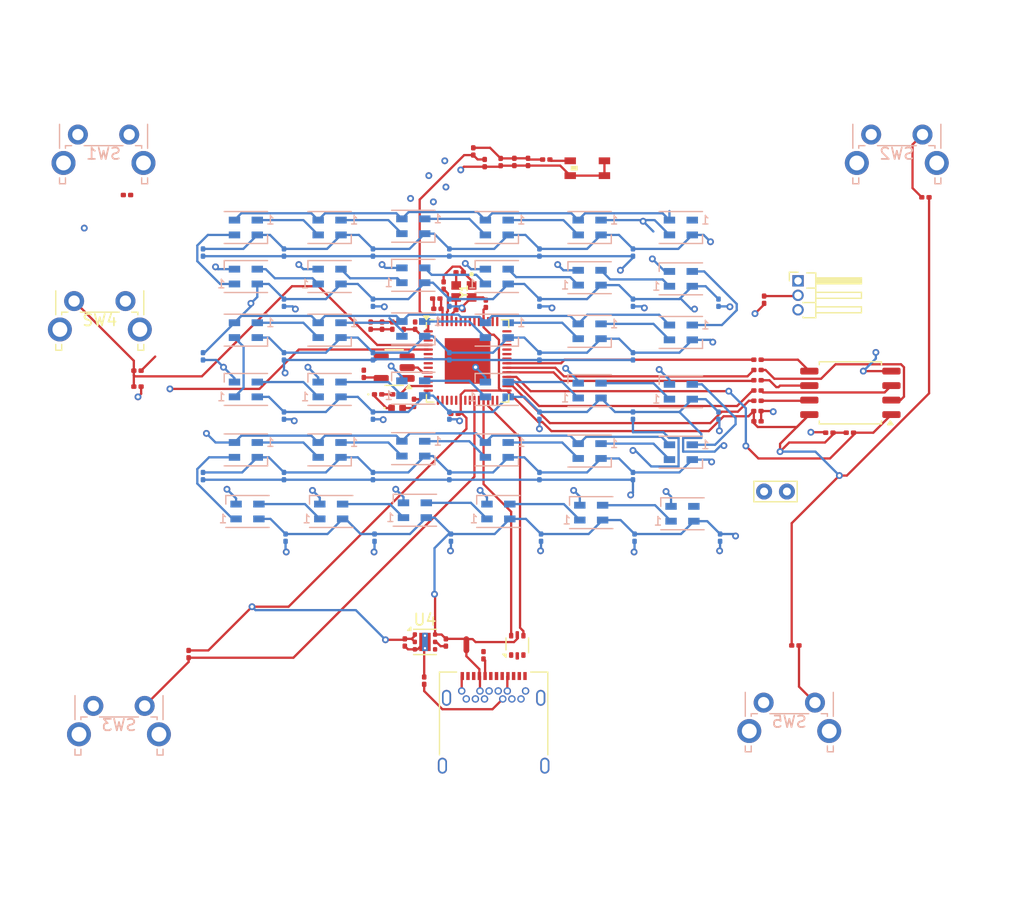
<source format=kicad_pcb>
(kicad_pcb (version 20240108) (generator "pcbnew") (generator_version "8.0")
  (layers (0 "F.Cu" signal) (1 "In1.Cu" power "GND") (2 "In2.Cu" power "PWR") (31 "B.Cu" signal) (34 "B.Paste" user) (35 "F.Paste" user) (36 "B.SilkS" user "B.Silkscreen") (37 "F.SilkS" user "F.Silkscreen") (38 "B.Mask" user) (39 "F.Mask" user) (44 "Edge.Cuts" user))
  (net 0 "")
  (net 1 "GND")
  (net 2 "Net-(ANT1-GND-Pad4)")
  (net 3 "+5V")
  (net 4 "/RESET")
  (net 5 "Net-(C38-Pad1)")
  (net 6 "/LNA_IN")
  (net 7 "Net-(C42-Pad2)")
  (net 8 "/XTAL_N")
  (net 9 "+3.3V")
  (net 10 "/LED_DATA_5V")
  (net 11 "Net-(D1-DOUT)")
  (net 12 "Net-(D2-DIN)")
  (net 13 "Net-(D2-DOUT)")
  (net 14 "Net-(D3-DOUT)")
  (net 15 "Net-(D3-DIN)")
  (net 16 "Net-(D33-DOUT)")
  (net 17 "Net-(D10-DIN)")
  (net 18 "Net-(D34-DOUT)")
  (net 19 "Net-(D11-DIN)")
  (net 20 "Net-(D12-DIN)")
  (net 21 "Net-(D35-DOUT)")
  (net 22 "Net-(D13-DIN)")
  (net 23 "Net-(D14-DIN)")
  (net 24 "Net-(D15-DIN)")
  (net 25 "Net-(D10-DOUT)")
  (net 26 "Net-(D11-DOUT)")
  (net 27 "Net-(D12-DOUT)")
  (net 28 "Net-(D13-DOUT)")
  (net 29 "Net-(D14-DOUT)")
  (net 30 "Net-(D15-DOUT)")
  (net 31 "Net-(D16-DOUT)")
  (net 32 "Net-(D17-DOUT)")
  (net 33 "Net-(D18-DOUT)")
  (net 34 "Net-(D19-DOUT)")
  (net 35 "Net-(D20-DOUT)")
  (net 36 "Net-(D21-DOUT)")
  (net 37 "Net-(D22-DOUT)")
  (net 38 "Net-(D23-DOUT)")
  (net 39 "Net-(D24-DOUT)")
  (net 40 "Net-(D25-DOUT)")
  (net 41 "Net-(D26-DOUT)")
  (net 42 "Net-(D27-DOUT)")
  (net 43 "Net-(D28-DOUT)")
  (net 44 "Net-(D29-DOUT)")
  (net 45 "Net-(D30-DOUT)")
  (net 47 "Net-(D37-A)")
  (net 48 "Net-(D38-A)")
  (net 50 "/USB_D-")
  (net 51 "/USB_D+")
  (net 53 "/VBUS")
  (net 59 "Net-(J1-CC2)")
  (net 62 "Net-(J1-CC1)")
  (net 68 "/LED_DATA_3V3")
  (net 69 "/SPIHD")
  (net 70 "Net-(U1-SPIHD)")
  (net 71 "Net-(U1-SPICLK)")
  (net 72 "/SPICLK")
  (net 73 "Net-(U1-SPID)")
  (net 74 "/SPID")
  (net 75 "Net-(U1-SPIWP)")
  (net 76 "/SPIWP")
  (net 77 "Net-(U1-SPIQ)")
  (net 78 "/SPIQ")
  (net 79 "/IO_LED_1")
  (net 80 "/IO_LED_2")
  (net 81 "/BOOT")
  (net 82 "/BTN_3")
  (net 83 "/BTN_2")
  (net 84 "/BTN_1")
  (net 85 "/XTAL_P")
  (net 86 "/SPICSO")
  (net 90 "/VDD3P3")
  (net 112 "/ESP_D-")
  (net 114 "/ESP_D+")
  (footprint "Package_SON:WSON-6-1EP_2x2mm_P0.65mm_EP1x1.6mm_ThermalVias" (layer "F.Cu") (at 67.3625 150.6875)
    (property "Reference" "U4")
    (property "Value" "TLV76733DRVx" (hide yes))
  )
  (footprint "Package_SO:SOIC-8_5.23x5.23mm_P1.27mm" (layer "F.Cu") (at 104.665 128.846544 180)
    (property "Reference" "U3" (hide yes))
    (property "Value" "W25Q128JVS" (hide yes))
  )
  (footprint "Inductor_SMD:L_0201_0603Metric" (layer "F.Cu") (at 71.6 107.68 -90)
    (property "Reference" "L1" (hide yes))
    (property "Value" "2.4nH" (hide yes))
  )
  (footprint "Crystal_Oscillator:XTAL_ECS-400-10-37B2-CKY-TR" (layer "F.Cu") (at 70.775 119.955 -90)
    (property "Reference" "Y1")
    (property "Value" "Crystal_GND24_Small" (hide yes))
  )
  (footprint "Resistor_SMD:R_0201_0603Metric" (layer "F.Cu") (at 41.235 111.5 180)
    (property "Reference" "R8" (hide yes))
    (property "Value" "10K" (hide yes))
  )
  (footprint "Resistor_SMD:R_0201_0603Metric" (layer "F.Cu") (at 46.64 151.7525 -90)
    (property "Reference" "R11" (hide yes))
    (property "Value" "10K" (hide yes))
  )
  (footprint "Capacitor_SMD:C_0201_0603Metric" (layer "F.Cu") (at 102.82 132.341544)
    (property "Reference" "C45" (hide yes))
    (property "Value" "0.1uF" (hide yes))
  )
  (footprint "Capacitor_SMD:C_0201_0603Metric" (layer "F.Cu") (at 70.4 121.58 180)
    (property "Reference" "C43" (hide yes))
    (property "Value" "1uF" (hide yes))
  )
  (footprint "Capacitor_SMD:C_0201_0603Metric" (layer "F.Cu") (at 63.6 122.955 90)
    (property "Reference" "C51" (hide yes))
    (property "Value" "1uF" (hide yes))
  )
  (footprint "Capacitor_SMD:C_0201_0603Metric" (layer "F.Cu") (at 74 108.61 -90)
    (property "Reference" "C40" (hide yes))
    (property "Value" "2.4pF" (hide yes))
  )
  (footprint "Connector_USB:USB_C_Receptacle_Amphenol_12401548E4-2A" (layer "F.Cu") (at 73.385 158.6975)
    (property "Reference" "J1" (hide yes))
    (property "Value" "USB_C_Receptacle")
  )
  (footprint "Capacitor_SMD:C_0201_0603Metric" (layer "F.Cu") (at 69.195 150.7375 90)
    (property "Reference" "C46" (hide yes))
    (property "Value" "1uF" (hide yes))
  )
  (footprint "Resistor_SMD:R_0201_0603Metric" (layer "F.Cu") (at 42.155 126.9)
    (property "Reference" "R10" (hide yes))
    (property "Value" "10K" (hide yes))
  )
  (footprint "Resistor_SMD:R_0201_0603Metric" (layer "F.Cu") (at 96.52 126.841544)
    (property "Reference" "R5" (hide yes))
    (property "Value" "0" (hide yes))
  )
  (footprint "Capacitor_SMD:C_0201_0603Metric" (layer "F.Cu") (at 65.595 150.7375 90)
    (property "Reference" "C47" (hide yes))
    (property "Value" "2.2uF" (hide yes))
  )
  (footprint "Connector_PinHeader_1.27mm:PinHeader_1x03_P1.27mm_Horizontal" (layer "F.Cu") (at 100.075 119.025)
    (property "Reference" "J2" (hide yes))
    (property "Value" "Conn_01x03_Pin" (hide yes))
  )
  (footprint "Package_TO_SOT_SMD:SOT-666" (layer "F.Cu") (at 75.4575 150.9875 90)
    (property "Reference" "U2" (hide yes))
    (property "Value" "USBLC6-2P6" (hide yes))
  )
  (footprint "LED_SMD:LED_0201_0603Metric" (layer "F.Cu") (at 63.255 128.98)
    (property "Reference" "D37" (hide yes))
    (property "Value" "RED" (hide yes))
  )
  (footprint "Capacitor_SMD:C_0201_0603Metric" (layer "F.Cu") (at 72.6 108.7 -90)
    (property "Reference" "C41" (hide yes))
    (property "Value" "2.7pF" (hide yes))
  )
  (footprint "Resistor_SMD:R_0201_0603Metric" (layer "F.Cu") (at 64.855 128.98 180)
    (property "Reference" "R6" (hide yes))
    (property "Value" "5K1" (hide yes))
  )
  (footprint "Resistor_SMD:R_0201_0603Metric" (layer "F.Cu") (at 99.84 150.9975)
    (property "Reference" "R12" (hide yes))
    (property "Value" "10K" (hide yes))
  )
  (footprint "Capacitor_SMD:C_0201_0603Metric" (layer "F.Cu") (at 42.155 128.3)
    (property "Reference" "C37" (hide yes))
    (property "Value" "1uF" (hide yes))
  )
  (footprint "Capacitor_SMD:C_0201_0603Metric" (layer "F.Cu") (at 64.5 122.955 90)
    (property "Reference" "C53" (hide yes))
    (property "Value" "0.1uF" (hide yes))
  )
  (footprint "Resistor_SMD:R_0201_0603Metric" (layer "F.Cu") (at 69 119.435 90)
    (property "Reference" "R14" (hide yes))
    (property "Value" "5K1" (hide yes))
  )
  (footprint "LED_SMD:LED_0402_1005Metric" (layer "F.Cu") (at 64.915 130.18)
    (property "Reference" "D38" (hide yes))
    (property "Value" "GREEN" (hide yes))
  )
  (footprint "Resistor_SMD:R_0201_0603Metric" (layer "F.Cu") (at 78 108.39)
    (property "Reference" "R13" (hide yes))
    (property "Value" "22" (hide yes))
  )
  (footprint "Capacitor_SMD:C_0201_0603Metric" (layer "F.Cu") (at 62 127.18 -90)
    (property "Reference" "C48" (hide yes))
    (property "Value" "0.1uF" (hide yes))
  )
  (footprint "Package_DFN_QFN:QFN-56-1EP_7x7mm_P0.4mm_EP4x4mm" (layer "F.Cu") (at 71.1 126.05)
    (property "Reference" "U1" (hide yes))
    (property "Value" "ESP32-S3" (hide yes))
  )
  (footprint "Resistor_SMD:R_0201_0603Metric" (layer "F.Cu") (at 66.4 129.725 -90)
    (property "Reference" "R7" (hide yes))
    (property "Value" "5K1" (hide yes))
  )
  (footprint "Capacitor_SMD:C_0201_0603Metric" (layer "F.Cu") (at 66.5 122.955 -90)
    (property "Reference" "C55" (hide yes))
    (property "Value" "0.1uF" (hide yes))
  )
  (footprint "Capacitor_SMD:C_0201_0603Metric" (layer "F.Cu") (at 68.455 121.48)
    (property "Reference" "C58" (hide yes))
    (property "Value" "1uF" (hide yes))
  )
  (footprint "Resistor_SMD:R_0201_0603Metric" (layer "F.Cu") (at 96.52 125.941544)
    (property "Reference" "R3" (hide yes))
    (property "Value" "0" (hide yes))
  )
  (footprint "Capacitor_SMD:C_0201_0603Metric" (layer "F.Cu") (at 72.7 121.035 -90)
    (property "Reference" "C49" (hide yes))
    (property "Value" "0.1uF" (hide yes))
  )
  (footprint "Capacitor_SMD:C_0201_0603Metric" (layer "F.Cu") (at 62.6 122.955 90)
    (property "Reference" "C50" (hide yes))
    (property "Value" "10uF" (hide yes))
  )
  (footprint "Package_TO_SOT_SMD:SOT-23-5" (layer "F.Cu") (at 64.6625 126.63 180)
    (property "Reference" "U5" (hide yes))
    (property "Value" "SN74LV1T34DBV" (hide yes))
  )
  (footprint "Resistor_SMD:R_0201_0603Metric" (layer "F.Cu") (at 96.52 129.541544)
    (property "Reference" "R1" (hide yes))
    (property "Value" "0" (hide yes))
  )
  (footprint "ANT1:DFN320X160X120-4RN" (layer "F.Cu") (at 81.6 109.15)
    (property "Reference" "ANT1" (hide yes))
    (property "Value" "2450AT18D0100E" (hide yes))
  )
  (footprint "NetTie:NetTie-2_SMD_Pad0.5mm" (layer "F.Cu") (at 70.995 150.9375 90)
    (property "Reference" "NT1" (hide yes))
    (property "Value" "NetTie_2" (hide yes))
  )
  (footprint "Capacitor_SMD:C_0201_0603Metric" (layer "F.Cu") (at 76.4 108.6 -90)
    (property "Reference" "C38" (hide yes))
    (property "Value" "NC" (hide yes))
  )
  (footprint "Capacitor_SMD:C_0201_0603Metric" (layer "F.Cu") (at 70.405 118.28)
    (property "Reference" "C42" (hide yes))
    (property "Value" "1uF" (hide yes))
  )
  (footprint "Capacitor_SMD:C_0201_0603Metric" (layer "F.Cu") (at 68.355 120.58)
    (property "Reference" "C56" (hide yes))
    (property "Value" "10nF" (hide yes))
  )
  (footprint "Capacitor_SMD:C_0201_0603Metric" (layer "F.Cu") (at 96.52 131.341544 180)
    (property "Reference" "C54" (hide yes))
    (property "Value" "0.1uF" (hide yes))
  )
  (footprint "Button_Switch_THT:SW_Tactile_SPST_Angled_PTS645Vx39-2LFS" (layer "F.Cu") (at 36.6 120.8)
    (property "Reference" "SW4")
    (property "Value" "btn5")
  )
  (footprint "Resistor_SMD:R_0201_0603Metric" (layer "F.Cu") (at 72.495 151.8575 -90)
    (property "Reference" "R15" (hide yes))
    (property "Value" "5k1" (hide yes))
  )
  (footprint "Resistor_SMD:R_0201_0603Metric" (layer "F.Cu") (at 96.52 127.741544)
    (property "Reference" "R2" (hide yes))
    (property "Value" "0" (hide yes))
  )
  (footprint "Capacitor_SMD:C_0201_0603Metric" (layer "F.Cu") (at 97.1 120.68 -90)
    (property "Reference" "C44" (hide yes))
    (property "Value" "0.1uF" (hide yes))
  )
  (footprint "TestPoint:TestPoint_Bridge_Pitch2.0mm_Drill0.7mm" (layer "F.Cu") (at 97.1 137.5)
    (property "Reference" "TP1" (hide yes))
    (property "Value" "TestPoint" (hide yes))
  )
  (footprint "Capacitor_SMD:C_0201_0603Metric" (layer "F.Cu") (at 96.51 130.441544 180)
    (property "Reference" "C52" (hide yes))
    (property "Value" "1uF" (hide yes))
  )
  (footprint "Capacitor_SMD:C_0201_0603Metric" (layer "F.Cu") (at 69.955 130.68)
    (property "Reference" "C57" (hide yes))
    (property "Value" "0.1uF" (hide yes))
  )
  (footprint "Inductor_SMD:L_0201_0603Metric" (layer "F.Cu") (at 65.5 122.955 -90)
    (property "Reference" "L2" (hide yes))
    (property "Value" "2nH" (hide yes))
  )
  (footprint "Resistor_SMD:R_0201_0603Metric" (layer "F.Cu") (at 104.62 132.341544)
    (property "Reference" "R17" (hide yes))
    (property "Value" "5K1" (hide yes))
  )
  (footprint "Resistor_SMD:R_0201_0603Metric" (layer "F.Cu") (at 96.52 128.641544)
    (property "Reference" "R4" (hide yes))
    (property "Value" "0" (hide yes))
  )
  (footprint "Resistor_SMD:R_0201_0603Metric" (layer "F.Cu") (at 67.295 154.0825 90)
    (property "Reference" "R16" (hide yes))
    (property "Value" "5K1" (hide yes))
  )
  (footprint "Resistor_SMD:R_0201_0603Metric" (layer "F.Cu") (at 111.245 111.7 180)
    (property "Reference" "R9" (hide yes))
    (property "Value" "10K" (hide yes))
  )
  (footprint "Capacitor_SMD:C_0201_0603Metric" (layer "F.Cu") (at 75.2 108.6 -90)
    (property "Reference" "C39" (hide yes))
    (property "Value" "NC" (hide yes))
  )
  (footprint "LED_SMD:LED_SK6805_PLCC4_2.4x2.7mm_P1.3mm" (layer "B.Cu") (at 66.34 114.24 180)
    (property "Reference" "D18" (hide yes))
    (property "Value" "SK6805" (hide yes))
  )
  (footprint "LED_SMD:LED_SK6805_PLCC4_2.4x2.7mm_P1.3mm" (layer "B.Cu") (at 51.66 118.65)
    (property "Reference" "D35" (hide yes))
    (property "Value" "SK6805" (hide yes))
  )
  (footprint "Capacitor_SMD:C_0201_0603Metric" (layer "B.Cu") (at 55 130.845 -90)
    (property "Reference" "C27" (hide yes))
    (property "Value" "0.1uF" (hide yes))
  )
  (footprint "LED_SMD:LED_SK6805_PLCC4_2.4x2.7mm_P1.3mm" (layer "B.Cu") (at 73.66 128.55)
    (property "Reference" "D15" (hide yes))
    (property "Value" "SK6805" (hide yes))
  )
  (footprint "LED_SMD:LED_SK6805_PLCC4_2.4x2.7mm_P1.3mm" (layer "B.Cu") (at 81.8 118.75)
    (property "Reference" "D11" (hide yes))
    (property "Value" "SK6805" (hide yes))
  )
  (footprint "Capacitor_SMD:C_0201_0603Metric" (layer "B.Cu") (at 55 125.645 90)
    (property "Reference" "C4" (hide yes))
    (property "Value" "0.1uF" (hide yes))
  )
  (footprint "LED_SMD:LED_SK6805_PLCC4_2.4x2.7mm_P1.3mm" (layer "B.Cu") (at 59.14 139.25)
    (property "Reference" "D25" (hide yes))
    (property "Value" "SK6805" (hide yes))
  )
  (footprint "LED_SMD:LED_SK6805_PLCC4_2.4x2.7mm_P1.3mm" (layer "B.Cu") (at 51.66 114.35 180)
    (property "Reference" "D6" (hide yes))
    (property "Value" "SK6805" (hide yes))
  )
  (footprint "LED_SMD:LED_SK6805_PLCC4_2.4x2.7mm_P1.3mm" (layer "B.Cu") (at 81.8 133.95 180)
    (property "Reference" "D26" (hide yes))
    (property "Value" "SK6805" (hide yes))
  )
  (footprint "Capacitor_SMD:C_0201_0603Metric" (layer "B.Cu") (at 77.4 116.545 90)
    (property "Reference" "C24" (hide yes))
    (property "Value" "0.1uF" (hide yes))
  )
  (footprint "Capacitor_SMD:C_0201_0603Metric" (layer "B.Cu") (at 55.14 141.545 -90)
    (property "Reference" "C25" (hide yes))
    (property "Value" "0.1uF" (hide yes))
  )
  (footprint "Capacitor_SMD:C_0201_0603Metric" (layer "B.Cu") (at 85.6 136.145 90)
    (property "Reference" "C26" (hide yes))
    (property "Value" "0.1uF" (hide yes))
  )
  (footprint "Capacitor_SMD:C_0201_0603Metric" (layer "B.Cu") (at 85.74 141.545 -90)
    (property "Reference" "C1" (hide yes))
    (property "Value" "0.1uF" (hide yes))
  )
  (footprint "LED_SMD:LED_SK6805_PLCC4_2.4x2.7mm_P1.3mm" (layer "B.Cu") (at 66.34 118.54)
    (property "Reference" "D23" (hide yes))
    (property "Value" "SK6805" (hide yes))
  )
  (footprint "Capacitor_SMD:C_0201_0603Metric" (layer "B.Cu") (at 85.6 120.945 -90)
    (property "Reference" "C5" (hide yes))
    (property "Value" "0.1uF" (hide yes))
  )
  (footprint "Capacitor_SMD:C_0201_0603Metric" (layer "B.Cu") (at 62.8 136.145 90)
    (property "Reference" "C8" (hide yes))
    (property "Value" "0.1uF" (hide yes))
  )
  (footprint "LED_SMD:LED_SK6805_PLCC4_2.4x2.7mm_P1.3mm" (layer "B.Cu") (at 51.66 128.55)
    (property "Reference" "D33" (hide yes))
    (property "Value" "SK6805" (hide yes))
  )
  (footprint "LED_SMD:LED_SK6805_PLCC4_2.4x2.7mm_P1.3mm" (layer "B.Cu") (at 73.66 118.65)
    (property "Reference" "D17" (hide yes))
    (property "Value" "SK6805" (hide yes))
  )
  (footprint "Capacitor_SMD:C_0201_0603Metric" (layer "B.Cu") (at 85.6 130.845 -90)
    (property "Reference" "C3" (hide yes))
    (property "Value" "0.1uF" (hide yes))
  )
  (footprint "Capacitor_SMD:C_0201_0603Metric" (layer "B.Cu") (at 69.5 125.645 90)
    (property "Reference" "C16" (hide yes))
    (property "Value" "0.1uF" (hide yes))
  )
  (footprint "Capacitor_SMD:C_0201_0603Metric" (layer "B.Cu") (at 77.4 125.645 90)
    (property "Reference" "C22" (hide yes))
    (property "Value" "0.1uF" (hide yes))
  )
  (footprint "LED_SMD:LED_SK6805_PLCC4_2.4x2.7mm_P1.3mm" (layer "B.Cu") (at 59 114.35 180)
    (property "Reference" "D12" (hide yes))
    (property "Value" "SK6805" (hide yes))
  )
  (footprint "LED_SMD:LED_SK6805_PLCC4_2.4x2.7mm_P1.3mm" (layer "B.Cu") (at 51.66 133.85 180)
    (property "Reference" "D2" (hide yes))
    (property "Value" "SK6805" (hide yes))
  )
  (footprint "Capacitor_SMD:C_0201_0603Metric" (layer "B.Cu") (at 47.9 125.645 -90)
    (property "Reference" "C34" (hide yes))
    (property "Value" "0.1uF" (hide yes))
  )
  (footprint "LED_SMD:LED_SK6805_PLCC4_2.4x2.7mm_P1.3mm" (layer "B.Cu") (at 89.8 118.85)
    (property "Reference" "D5" (hide yes))
    (property "Value" "SK6805" (hide yes))
  )
  (footprint "LED_SMD:LED_SK6805_PLCC4_2.4x2.7mm_P1.3mm" (layer "B.Cu") (at 89.8 123.55 180)
    (property "Reference" "D34" (hide yes))
    (property "Value" "SK6805" (hide yes))
  )
  (footprint "LED_SMD:LED_SK6805_PLCC4_2.4x2.7mm_P1.3mm" (layer "B.Cu") (at 51.8 139.25)
    (property "Reference" "D31" (hide yes))
    (property "Value" "SK6805" (hide yes))
  )
  (footprint "Capacitor_SMD:C_0201_0603Metric" (layer "B.Cu") (at 93.24 141.545 -90)
    (property "Reference" "C31" (hide yes))
    (property "Value" "0.1uF" (hide yes))
  )
  (footprint "Capacitor_SMD:C_0201_0603Metric" (layer "B.Cu") (at 93.1 120.945 -90)
    (property "Reference" "C35" (hide yes))
    (property "Value" "0.1uF" (hide yes))
  )
  (footprint "LED_SMD:LED_SK6805_PLCC4_2.4x2.7mm_P1.3mm" (layer "B.Cu") (at 59 128.55)
    (property "Reference" "D27" (hide yes))
    (property "Value" "SK6805" (hide yes))
  )
  (footprint "Capacitor_SMD:C_0201_0603Metric" (layer "B.Cu") (at 47.9 116.545 90)
    (property "Reference" "C36" (hide yes))
    (property "Value" "0.1uF" (hide yes))
  )
  (footprint "Capacitor_SMD:C_0201_0603Metric" (layer "B.Cu") (at 69.5 130.845 -90)
    (property "Reference" "C15" (hide yes))
    (property "Value" "0.1uF" (hide yes))
  )
  (footprint "Capacitor_SMD:C_0201_0603Metric" (layer "B.Cu") (at 85.6 116.545 90)
    (property "Reference" "C30" (hide yes))
    (property "Value" "0.1uF" (hide yes))
  )
  (footprint "Capacitor_SMD:C_0201_0603Metric" (layer "B.Cu") (at 77.54 141.545 -90)
    (property "Reference" "C7" (hide yes))
    (property "Value" "0.1uF" (hide yes))
  )
  (footprint "LED_SMD:LED_SK6805_PLCC4_2.4x2.7mm_P1.3mm" (layer "B.Cu") (at 81.8 114.35 180)
    (property "Reference" "D30" (hide yes))
    (property "Value" "SK6805" (hide yes))
  )
  (footprint "Capacitor_SMD:C_0201_0603Metric" (layer "B.Cu") (at 55 120.945 -90)
    (property "Reference" "C29" (hide yes))
    (property "Value" "0.1uF" (hide yes))
  )
  (footprint "LED_SMD:LED_SK6805_PLCC4_2.4x2.7mm_P1.3mm" (layer "B.Cu") (at 66.48 139.14)
    (property "Reference" "D19" (hide yes))
    (property "Value" "SK6805" (hide yes))
  )
  (footprint "LED_SMD:LED_SK6805_PLCC4_2.4x2.7mm_P1.3mm" (layer "B.Cu") (at 59 118.65)
    (property "Reference" "D29" (hide yes))
    (property "Value" "SK6805" (hide yes))
  )
  (footprint "Button_Switch_THT:SW_Tactile_SPST_Angled_PTS645Vx39-2LFS" (layer "B.Cu") (at 101.56 156.01 180)
    (property "Reference" "SW5")
    (property "Value" "btn1")
  )
  (footprint "LED_SMD:LED_SK6805_PLCC4_2.4x2.7mm_P1.3mm" (layer "B.Cu") (at 73.66 133.85 180)
    (property "Reference" "D20" (hide yes))
    (property "Value" "SK6805" (hide yes))
  )
  (footprint "LED_SMD:LED_SK6805_PLCC4_2.4x2.7mm_P1.3mm" (layer "B.Cu") (at 89.8 128.75)
    (property "Reference" "D3" (hide yes))
    (property "Value" "SK6805" (hide yes))
  )
  (footprint "LED_SMD:LED_SK6805_PLCC4_2.4x2.7mm_P1.3mm" (layer "B.Cu") (at 81.94 139.35)
    (property "Reference" "D7" (hide yes))
    (property "Value" "SK6805" (hide yes))
  )
  (footprint "Capacitor_SMD:C_0201_0603Metric" (layer "B.Cu") (at 77.4 130.845 -90)
    (property "Reference" "C9" (hide yes))
    (property "Value" "0.1uF" (hide yes))
  )
  (footprint "Capacitor_SMD:C_0201_0603Metric" (layer "B.Cu") (at 62.94 141.545 -90)
    (property "Reference" "C19" (hide yes))
    (property "Value" "0.1uF" (hide yes))
  )
  (footprint "Button_Switch_THT:SW_Tactile_SPST_Angled_PTS645Vx39-2LFS" (layer "B.Cu") (at 42.785 156.2975 180)
    (property "Reference" "SW3")
    (property "Value" "btn2" (hide yes))
  )
  (footprint "Capacitor_SMD:C_0201_0603Metric" (layer "B.Cu") (at 62.8 116.545 90)
    (property "Reference" "C12" (hide yes))
    (property "Value" "0.1uF" (hide yes))
  )
  (footprint "LED_SMD:LED_SK6805_PLCC4_2.4x2.7mm_P1.3mm" (layer "B.Cu") (at 51.66 123.35 180)
    (property "Reference" "D4" (hide yes))
    (property "Value" "SK6805" (hide yes))
  )
  (footprint "Capacitor_SMD:C_0201_0603Metric" (layer "B.Cu") (at 47.9 136.145 90)
    (property "Reference" "C32" (hide yes))
    (property "Value" "0.1uF" (hide yes))
  )
  (footprint "Capacitor_SMD:C_0201_0603Metric" (layer "B.Cu") (at 69.5 116.545 90)
    (property "Reference" "C18" (hide yes))
    (property "Value" "0.1uF" (hide yes))
  )
  (footprint "LED_SMD:LED_SK6805_PLCC4_2.4x2.7mm_P1.3mm" (layer "B.Cu") (at 59 123.35 180)
    (property "Reference" "D10" (hide yes))
    (property "Value" "SK6805" (hide yes))
  )
  (footprint "LED_SMD:LED_SK6805_PLCC4_2.4x2.7mm_P1.3mm" (layer "B.Cu") (at 73.8 139.25)
    (property "Reference" "D13" (hide yes))
    (property "Value" "SK6805" (hide yes))
  )
  (footprint "Button_Switch_THT:SW_Tactile_SPST_Angled_PTS645Vx39-2LFS" (layer "B.Cu") (at 110.99 106.2 180)
    (property "Reference" "SW2")
    (property "Value" "btn3")
  )
  (footprint "LED_SMD:LED_SK6805_PLCC4_2.4x2.7mm_P1.3mm" (layer "B.Cu") (at 73.66 114.35 180)
    (property "Reference" "D24" (hide yes))
    (property "Value" "SK6805" (hide yes))
  )
  (footprint "LED_SMD:LED_SK6805_PLCC4_2.4x2.7mm_P1.3mm" (layer "B.Cu") (at 59 133.85 180)
    (property "Reference" "D8" (hide yes))
    (property "Value" "SK6805" (hide yes))
  )
  (footprint "Capacitor_SMD:C_0201_0603Metric" (layer "B.Cu") (at 55 136.145 90)
    (property "Reference" "C2" (hide yes))
    (property "Value" "0.1uF" (hide yes))
  )
  (footprint "Capacitor_SMD:C_0201_0603Metric" (layer "B.Cu") (at 69.5 136.145 90)
    (property "Reference" "C14" (hide yes))
    (property "Value" "0.1uF" (hide yes))
  )
  (footprint "Capacitor_SMD:C_0201_0603Metric" (layer "B.Cu") (at 55 116.545 90)
    (property "Reference" "C6" (hide yes))
    (property "Value" "0.1uF" (hide yes))
  )
  (footprint "Capacitor_SMD:C_0201_0603Metric" (layer "B.Cu") (at 62.8 120.945 -90)
    (property "Reference" "C23" (hide yes))
    (property "Value" "0.1uF" (hide yes))
  )
  (footprint "LED_SMD:LED_SK6805_PLCC4_2.4x2.7mm_P1.3mm" (layer "B.Cu") (at 66.34 133.74 180)
    (property "Reference" "D14" (hide yes))
    (property "Value" "SK6805" (hide yes))
  )
  (footprint "Capacitor_SMD:C_0201_0603Metric" (layer "B.Cu") (at 69.5 120.945 -90)
    (property "Reference" "C17" (hide yes))
    (property "Value" "0.1uF" (hide yes))
  )
  (footprint "LED_SMD:LED_SK6805_PLCC4_2.4x2.7mm_P1.3mm" (layer "B.Cu") (at 66.34 128.44)
    (property "Reference" "D21" (hide yes))
    (property "Value" "SK6805" (hide yes))
  )
  (footprint "Capacitor_SMD:C_0201_0603Metric" (layer "B.Cu") (at 77.4 136.145 90)
    (property "Reference" "C20" (hide yes))
    (property "Value" "0.1uF" (hide yes))
  )
  (footprint "Capacitor_SMD:C_0201_0603Metric" (layer "B.Cu") (at 62.8 130.845 -90)
    (property "Reference" "C21" (hide yes))
    (property "Value" "0.1uF" (hide yes))
  )
  (footprint "LED_SMD:LED_SK6805_PLCC4_2.4x2.7mm_P1.3mm" (layer "B.Cu") (at 89.94 139.45)
    (property "Reference" "D1" (hide yes))
    (property "Value" "SK6805" (hide yes))
  )
  (footprint "Capacitor_SMD:C_0201_0603Metric" (layer "B.Cu") (at 69.64 141.545 -90)
    (property "Reference" "C13" (hide yes))
    (property "Value" "0.1uF" (hide yes))
  )
  (footprint "LED_SMD:LED_SK6805_PLCC4_2.4x2.7mm_P1.3mm" (layer "B.Cu") (at 81.8 123.45 180)
    (property "Reference" "D28" (hide yes))
    (property "Value" "SK6805" (hide yes))
  )
  (footprint "Capacitor_SMD:C_0201_0603Metric" (layer "B.Cu") (at 85.6 125.645 90)
    (property "Reference" "C28" (hide yes))
    (property "Value" "0.1uF" (hide yes))
  )
  (footprint "Button_Switch_THT:SW_Tactile_SPST_Angled_PTS645Vx39-2LFS" (layer "B.Cu") (at 41.43 106.2 180)
    (property "Reference" "SW1")
    (property "Value" "btn4")
  )
  (footprint "LED_SMD:LED_SK6805_PLCC4_2.4x2.7mm_P1.3mm" (layer "B.Cu") (at 73.66 123.35 180)
    (property "Reference" "D22" (hide yes))
    (property "Value" "SK6805" (hide yes))
  )
  (footprint "Capacitor_SMD:C_0201_0603Metric" (layer "B.Cu") (at 77.4 120.945 -90)
    (property "Reference" "C11" (hide yes))
    (property "Value" "0.1uF" (hide yes))
  )
  (footprint "LED_SMD:LED_SK6805_PLCC4_2.4x2.7mm_P1.3mm" (layer "B.Cu") (at 89.8 114.35 180)
    (property "Reference" "D36" (hide yes))
    (property "Value" "SK6805" (hide yes))
  )
  (footprint "LED_SMD:LED_SK6805_PLCC4_2.4x2.7mm_P1.3mm" (layer "B.Cu") (at 89.8 134.05 180)
    (property "Reference" "D32" (hide yes))
    (property "Value" "SK6805" (hide yes))
  )
  (footprint "Capacitor_SMD:C_0201_0603Metric" (layer "B.Cu") (at 93.1 130.845 -90)
    (property "Reference" "C33" (hide yes))
    (property "Value" "0.1uF" (hide yes))
  )
  (footprint "Capacitor_SMD:C_0201_0603Metric" (layer "B.Cu") (at 62.8 125.645 90)
    (property "Reference" "C10" (hide yes))
    (property "Value" "0.1uF" (hide yes))
  )
  (footprint "LED_SMD:LED_SK6805_PLCC4_2.4x2.7mm_P1.3mm" (layer "B.Cu") (at 66.34 123.24 180)
    (property "Reference" "D16" (hide yes))
    (property "Value" "SK6805" (hide yes))
  )
  (footprint "LED_SMD:LED_SK6805_PLCC4_2.4x2.7mm_P1.3mm" (layer "B.Cu") (at 81.8 128.65)
    (property "Reference" "D9" (hide yes))
    (property "Value" "SK6805" (hide yes))
  )
  (segment (start 67.295 151.305) (end 67.3625 151.2375) (width 0.2) (layer "F.Cu") (net 1))
  (segment (start 62.6 123.275) (end 63.6 123.275) (width 0.2) (layer "F.Cu") (net 1))
  (segment (start 42.475 128.3) (end 42.475 128.925) (width 0.2) (layer "F.Cu") (net 1))
  (segment (start 80.1 109.8) (end 83.1 109.8) (width 0.2) (layer "F.Cu") (net 1))
  (segment (start 62.935 129.138456) (end 63.976544 130.18) (width 0.2) (layer "F.Cu") (net 1))
  (segment (start 70.72 121.58) (end 70.72 121.21) (width 0.2) (layer "F.Cu") (net 1))
  (segment (start 76.4 108.92) (end 79.22 108.92) (width 0.2) (layer "F.Cu") (net 1))
  (segment (start 63.976544 130.18) (end 64.43 130.18) (width 0.2) (layer "F.Cu") (net 1))
  (segment (start 70.72 121.21) (end 71.45 120.48) (width 0.2) (layer "F.Cu") (net 1))
  (segment (start 66.475 151.3375) (end 65.875 151.3375) (width 0.2) (layer "F.Cu") (net 1))
  (segment (start 68.359446 150.6875) (end 68.25 150.6875) (width 0.2) (layer "F.Cu") (net 1))
  (segment (start 66.475 151.3375) (end 66.7125 151.3375) (width 0.2) (layer "F.Cu") (net 1))
  (segment (start 67.295 153.7625) (end 67.295 151.305) (width 0.2) (layer "F.Cu") (net 1))
  (segment (start 63.6 123.275) (end 64.5 123.275) (width 0.2) (layer "F.Cu") (net 1))
  (segment (start 70.585 154.9875) (end 70.585 153.7275) (width 0.2) (layer "F.Cu") (net 1))
  (segment (start 97.1 121.1) (end 96.3 121.9) (width 0.2) (layer "F.Cu") (net 1))
  (segment (start 75.2 108.92) (end 76.4 108.92) (width 0.2) (layer "F.Cu") (net 1))
  (segment (start 74 108.93) (end 75.19 108.93) (width 0.2) (layer "F.Cu") (net 1))
  (segment (start 70.585 153.7275) (end 70.635 153.6775) (width 0.2) (layer "F.Cu") (net 1))
  (segment (start 102.458456 132.3) (end 102.5 132.341544) (width 0.2) (layer "F.Cu") (net 1))
  (segment (start 72.6 109.02) (end 73.91 109.02) (width 0.2) (layer "F.Cu") (net 1))
  (segment (start 75.19 108.93) (end 75.2 108.92) (width 0.2) (layer "F.Cu") (net 1))
  (segment (start 97.841544 130.441544) (end 97.9 130.5) (width 0.2) (layer "F.Cu") (net 1))
  (segment (start 96.84 131.341544) (end 96.84 130.451544) (width 0.2) (layer "F.Cu") (net 1))
  (segment (start 101.2 132.3) (end 102.458456 132.3) (width 0.2) (layer "F.Cu") (net 1))
  (segment (start 68.135 121.48) (end 68.135 120.68) (width 0.2) (layer "F.Cu") (net 1))
  (segment (start 62.935 128.98) (end 62.935 129.138456) (width 0.2) (layer "F.Cu") (net 1))
  (segment (start 70.1 119.43) (end 70.1 118.295) (width 0.2) (layer "F.Cu") (net 1))
  (segment (start 79.22 108.92) (end 80.1 109.8) (width 0.2) (layer "F.Cu") (net 1))
  (segment (start 66.7125 151.3375) (end 67.3625 150.6875) (width 0.2) (layer "F.Cu") (net 1))
  (segment (start 96.83 130.441544) (end 97.841544 130.441544) (width 0.2) (layer "F.Cu") (net 1))
  (segment (start 97.1 121) (end 97.1 121.1) (width 0.2) (layer "F.Cu") (net 1))
  (segment (start 68.729446 151.0575) (end 68.359446 150.6875) (width 0.2) (layer "F.Cu") (net 1))
  (segment (start 83.1 109.8) (end 83.1 108.5) (width 0.2) (layer "F.Cu") (net 1))
  (segment (start 69.195 151.0575) (end 68.729446 151.0575) (width 0.2) (layer "F.Cu") (net 1))
  (segment (start 70.5 109.3) (end 70.78 109.02) (width 0.2) (layer "F.Cu") (net 1))
  (segment (start 68.135 120.68) (end 68.035 120.58) (width 0.2) (layer "F.Cu") (net 1))
  (segment (start 42.475 128.925) (end 42.2 129.2) (width 0.2) (layer "F.Cu") (net 1))
  (segment (start 71.45 120.48) (end 72.465 120.48) (width 0.2) (layer "F.Cu") (net 1))
  (segment (start 96.84 130.451544) (end 96.83 130.441544) (width 0.2) (layer "F.Cu") (net 1))
  (segment (start 70.1 118.295) (end 70.085 118.28) (width 0.2) (layer "F.Cu") (net 1))
  (segment (start 65.875 151.3375) (end 65.595 151.0575) (width 0.2) (layer "F.Cu") (net 1))
  (segment (start 108.265 126.941544) (end 105.8 126.941544) (width 0.2) (layer "F.Cu") (net 1))
  (segment (start 73.91 109.02) (end 74 108.93) (width 0.2) (layer "F.Cu") (net 1))
  (segment (start 70.78 109.02) (end 72.6 109.02) (width 0.2) (layer "F.Cu") (net 1))
  (segment (start 72.465 120.48) (end 72.7 120.715) (width 0.2) (layer "F.Cu") (net 1))
  (via (at 56 121.5) (size 0.6) (drill 0.3) (layers "F.Cu" "B.Cu") (net 1))
  (via (at 72.2 137.4) (size 0.6) (drill 0.3) (layers "F.Cu" "B.Cu") (net 1))
  (via (at 67.7 109.8) (size 0.6) (drill 0.3) (layers "F.Cu" "B.Cu") (net 1))
  (via (at 92.5 134.9) (size 0.6) (drill 0.3) (layers "F.Cu" "B.Cu") (net 1))
  (via (at 64.4 126.5) (size 0.6) (drill 0.3) (layers "F.Cu" "B.Cu") (net 1))
  (via (at 105.8 126.941544) (size 0.6) (drill 0.3) (layers "F.Cu" "B.Cu") (net 1))
  (via (at 106.9 125.3) (size 0.6) (drill 0.3) (layers "F.Cu" "B.Cu") (net 1))
  (via (at 80.4 137.4) (size 0.6) (drill 0.3) (layers "F.Cu" "B.Cu") (net 1))
  (via (at 86.6 121.4) (size 0.6) (drill 0.3) (layers "F.Cu" "B.Cu") (net 1))
  (via (at 69.2 110.8) (size 0.6) (drill 0.3) (layers "F.Cu" "B.Cu") (net 1))
  (via (at 62.9 142.8) (size 0.6) (drill 0.3) (layers "F.Cu" "B.Cu") (net 1))
  (via (at 56.3 117.6) (size 0.6) (drill 0.3) (layers "F.Cu" "B.Cu") (net 1))
  (via (at 68.1 112.1) (size 0.6) (drill 0.3) (layers "F.Cu" "B.Cu") (net 1))
  (via (at 42.2 129.2) (size 0.6) (drill 0.3) (layers "F.Cu" "B.Cu") (net 1))
  (via (at 85.7 142.8) (size 0.6) (drill 0.3) (layers "F.Cu" "B.Cu") (net 1))
  (via (at 92.4 115.6) (size 0.6) (drill 0.3) (layers "F.Cu" "B.Cu") (net 1))
  (via (at 57.1 126.6) (size 0.6) (drill 0.3) (layers "F.Cu" "B.Cu") (net 1))
  (via (at 87.9 126.8) (size 0.6) (drill 0.3) (layers "F.Cu" "B.Cu") (net 1))
  (via (at 49 117.8) (size 0.6) (drill 0.3) (layers "F.Cu" "B.Cu") (net 1))
  (via (at 87.3 117.1) (size 0.6) (drill 0.3) (layers "F.Cu" "B.Cu") (net 1))
  (via (at 55.2 142.8) (size 0.6) (drill 0.3) (layers "F.Cu" "B.Cu") (net 1))
  (via (at 50 137.3) (size 0.6) (drill 0.3) (layers "F.Cu" "B.Cu") (net 1))
  (via (at 49.7 126.6) (size 0.6) (drill 0.3) (layers "F.Cu" "B.Cu") (net 1))
  (via (at 64.8 137.3) (size 0.6) (drill 0.3) (layers "F.Cu" "B.Cu") (net 1))
  (via (at 69.1 108.5) (size 0.6) (drill 0.3) (layers "F.Cu" "B.Cu") (net 1))
  (via (at 93.2 142.7) (size 0.6) (drill 0.3) (layers "F.Cu" "B.Cu") (net 1))
  (via (at 79.7 126.7) (size 0.6) (drill 0.3) (layers "F.Cu" "B.Cu") (net 1))
  (via (at 78.5 121.4) (size 0.6) (drill 0.3) (layers "F.Cu" "B.Cu") (net 1))
  (via (at 77.5 142.7) (size 0.6) (drill 0.3) (layers "F.Cu" "B.Cu") (net 1))
  (via (at 101.2 132.3) (size 0.6) (drill 0.3) (layers "F.Cu" "B.Cu") (net 1))
  (via (at 63.8 121.3) (size 0.6) (drill 0.3) (layers "F.Cu" "B.Cu") (net 1))
  (via (at 85.6 133.9) (size 0.6) (drill 0.3) (layers "F.Cu" "B.Cu") (net 1))
  (via (at 70.6 121.4) (size 0.6) (drill 0.3) (layers "F.Cu" "B.Cu") (net 1))
  (via (at 69.6 142.7) (size 0.6) (drill 0.3) (layers "F.Cu" "B.Cu") (net 1))
  (via (at 93.175735 132.175735) (size 0.6) (drill 0.3) (layers "F.Cu" "B.Cu") (net 1))
  (via (at 94.1 121.3) (size 0.6) (drill 0.3) (layers "F.Cu" "B.Cu") (net 1))
  (via (at 57.5 137.4) (size 0.6) (drill 0.3) (layers "F.Cu" "B.Cu") (net 1))
  (via (at 55.9 131.3) (size 0.6) (drill 0.3) (layers "F.Cu" "B.Cu") (net 1))
  (via (at 66.1 111.8) (size 0.6) (drill 0.3) (layers "F.Cu" "B.Cu") (net 1))
  (via (at 70.5 109.3) (size 0.6) (drill 0.3) (layers "F.Cu" "B.Cu") (net 1))
  (via (at 96.3 121.9) (size 0.6) (drill 0.3) (layers "F.Cu" "B.Cu") (net 1))
  (via (at 70.9 117.5) (size 0.6) (drill 0.3) (layers "F.Cu" "B.Cu") (net 1))
  (via (at 71.8 126.6) (size 0.6) (drill 0.3) (layers "F.Cu" "B.Cu") (net 1))
  (via (at 79 117.6) (size 0.6) (drill 0.3) (layers "F.Cu" "B.Cu") (net 1))
  (via (at 63.7 131.2) (size 0.6) (drill 0.3) (layers "F.Cu" "B.Cu") (net 1))
  (via (at 70.4 131.3) (size 0.6) (drill 0.3) (layers "F.Cu" "B.Cu") (net 1))
  (via (at 77.4 132) (size 0.6) (drill 0.3) (layers "F.Cu" "B.Cu") (net 1))
  (via (at 97.9 130.5) (size 0.6) (drill 0.3) (layers "F.Cu" "B.Cu") (net 1))
  (via (at 92.6 124.4) (size 0.6) (drill 0.3) (layers "F.Cu" "B.Cu") (net 1))
  (via (at 63.6 117.6) (size 0.6) (drill 0.3) (layers "F.Cu" "B.Cu") (net 1))
  (via (at 88.5 137.5) (size 0.6) (drill 0.3) (layers "F.Cu" "B.Cu") (net 1))
  (segment (start 55.765 131.165) (end 55.9 131.3) (width 0.2) (layer "B.Cu") (net 1))
  (segment (start 51.435 116.225) (end 52.66 115) (width 0.2) (layer "B.Cu") (net 1))
  (segment (start 55.14 141.865) (end 55.14 142.74) (width 0.2) (layer "B.Cu") (net 1))
  (segment (start 55 116.225) (end 58.775 116.225) (width 0.2) (layer "B.Cu") (net 1))
  (segment (start 89.675 135.825) (end 90.8 134.7) (width 0.2) (layer "B.Cu") (net 1))
  (segment (start 62.8 116.225) (end 66.005 116.225) (width 0.2) (layer "B.Cu") (net 1))
  (segment (start 50.66 127.9) (end 50.66 127.56) (width 0.2) (layer "B.Cu") (net 1))
  (segment (start 69.5 116.225) (end 73.435 116.225) (width 0.2) (layer "B.Cu") (net 1))
  (segment (start 62.94 141.865) (end 62.94 142.76) (width 0.2) (layer "B.Cu") (net 1))
  (segment (start 76.175 115) (end 77.4 116.225) (width 0.2) (layer "B.Cu") (net 1))
  (segment (start 77.4 121.265) (end 78.365 121.265) (width 0.2) (layer "B.Cu") (net 1))
  (segment (start 70.265 131.165) (end 70.4 131.3) (width 0.2) (layer "B.Cu") (net 1))
  (segment (start 85.6 133.9) (end 85.6 133.7) (width 0.2) (layer "B.Cu") (net 1))
  (segment (start 85.74 141.865) (end 85.74 142.76) (width 0.2) (layer "B.Cu") (net 1))
  (segment (start 71.4 118) (end 70.9 117.5) (width 0.2) (layer "B.Cu") (net 1))
  (segment (start 90.8 134.7) (end 92.3 134.7) (width 0.2) (layer "B.Cu") (net 1))
  (segment (start 65.34 127.44) (end 64.4 126.5) (width 0.2) (layer "B.Cu") (net 1))
  (segment (start 47.9 125.965) (end 49.065 125.965) (width 0.2) (layer "B.Cu") (net 1))
  (segment (start 53.675 134.5) (end 55 135.825) (width 0.2) (layer "B.Cu") (net 1))
  (segment (start 55.765 121.265) (end 56 121.5) (width 0.2) (layer "B.Cu") (net 1))
  (segment (start 74.66 134.5) (end 76.075 134.5) (width 0.2) (layer "B.Cu") (net 1))
  (segment (start 92.3 134.7) (end 92.5 134.9) (width 0.2) (layer "B.Cu") (net 1))
  (segment (start 47.9 116.225) (end 51.435 116.225) (width 0.2) (layer "B.Cu") (net 1))
  (segment (start 65.905 125.325) (end 67.34 123.89) (width 0.2) (layer "B.Cu") (net 1))
  (segment (start 91.8 115) (end 92.4 115.6) (width 0.2) (layer "B.Cu") (net 1))
  (segment (start 61.575 115) (end 62.8 116.225) (width 0.2) (layer "B.Cu") (net 1))
  (segment (start 90.8 124.2) (end 92.4 124.2) (width 0.2) (layer "B.Cu") (net 1))
  (segment (start 94.065 121.265) (end 94.1 121.3) (width 0.2) (layer "B.Cu") (net 1))
  (segment (start 62.8 135.825) (end 65.905 135.825) (width 0.2) (layer "B.Cu") (net 1))
  (segment (start 72.66 127.46) (end 71.8 126.6) (width 0.2) (layer "B.Cu") (net 1))
  (segment (start 65.34 127.79) (end 65.34 127.44) (width 0.2) (layer "B.Cu") (net 1))
  (segment (start 68.065 123.89) (end 69.5 125.325) (width 0.2) (layer "B.Cu") (net 1))
  (segment (start 51.335 135.825) (end 52.66 134.5) (width 0.2) (layer "B.Cu") (net 1))
  (segment (start 58 127.9) (end 58 127.5) (width 0.2) (layer "B.Cu") (net 1))
  (segment (start 74.66 124) (end 76.075 124) (width 0.2) (layer "B.Cu") (net 1))
  (segment (start 88.8 118.2) (end 88.4 118.2) (width 0.2) (layer "B.Cu") (net 1))
  (segment (start 87.2 135.3) (end 89.6 135.3) (width 0.2) (layer "B.Cu") (net 1))
  (segment (start 72.8 138) (end 72.2 137.4) (width 0.2) (layer "B.Cu") (net 1))
  (segment (start 84.375 134.6) (end 85.6 135.825) (width 0.2) (layer "B.Cu") (net 1))
  (segment (start 93.175735 132.175735) (end 93.175735 131.240735) (width 0.2) (layer "B.Cu") (net 1))
  (segment (start 85.6 135.825) (end 89.675 135.825) (width 0.2) (layer "B.Cu") (net 1))
  (segment (start 67.34 114.89) (end 68.165 114.89) (width 0.2) (layer "B.Cu") (net 1))
  (segment (start 50.66 118) (end 49.2 118) (width 0.2) (layer "B.Cu") (net 1))
  (segment (start 73.335 135.825) (end 74.66 134.5) (width 0.2) (layer "B.Cu") (net 1))
  (segment (start 55 121.265) (end 55.765 121.265) (width 0.2) (layer "B.Cu") (net 1))
  (segment (start 93.175735 131.240735) (end 93.1 131.165) (width 0.2) (layer "B.Cu") (net 1))
  (segment (start 77.4 116.225) (end 81.575 116.225) (width 0.2) (layer "B.Cu") (net 1))
  (segment (start 85.6 116.225) (end 89.575 116.225) (width 0.2) (layer "B.Cu") (net 1))
  (segment (start 53.775 115) (end 55 116.225) (width 0.2) (layer "B.Cu") (net 1))
  (segment (start 52.66 124) (end 53.675 124) (width 0.2) (layer "B.Cu") (net 1))
  (segment (start 63.765 121.265) (end 63.8 121.3) (width 0.2) (layer "B.Cu") (net 1))
  (segment (start 88.94 138.8) (end 88.94 137.94) (width 0.2) (layer "B.Cu") (net 1))
  (segment (start 58.675 135.825) (end 60 134.5) (width 0.2) (layer "B.Cu") (net 1))
  (segment (start 88.4 118.2) (end 87.3 117.1) (width 0.2) (layer "B.Cu") (net 1))
  (segment (start 81.575 135.825) (end 82.8 134.6) (width 0.2) (layer "B.Cu") (net 1))
  (segment (start 63.89 117.89) (end 63.6 117.6) (width 0.2) (layer "B.Cu") (net 1))
  (segment (start 74.66 115) (end 76.175 115) (width 0.2) (layer "B.Cu") (net 1))
  (segment (start 58 118) (end 56.7 118) (width 0.2) (layer "B.Cu") (net 1))
  (segment (start 88.8 127.7) (end 87.9 126.8) (width 0.2) (layer "B.Cu") (net 1))
  (segment (start 93.1 121.265) (end 94.065 121.265) (width 0.2) (layer "B.Cu") (net 1))
  (segment (start 77.4 135.825) (end 81.575 135.825) (width 0.2) (layer "B.Cu") (net 1))
  (segment (start 80.8 128) (end 80.8 127.8) (width 0.2) (layer "B.Cu") (net 1))
  (segment (start 58.14 138.04) (end 57.5 137.4) (width 0.2) (layer "B.Cu") (net 1))
  (segment (start 52.66 115) (end 53.775 115) (width 0.2) (layer "B.Cu") (net 1))
  (segment (start 77.4 125.325) (end 81.575 125.325) (width 0.2) (layer "B.Cu") (net 1))
  (segment (start 93.24 142.66) (end 93.2 142.7) (width 0.2) (layer "B.Cu") (net 1))
  (segment (start 55.14 142.74) (end 55.2 142.8) (width 0.2) (layer "B.Cu") (net 1))
  (segment (start 89.6 132.8) (end 88.765686 132.8) (width 0.2) (layer "B.Cu") (net 1))
  (segment (start 68.065 134.39) (end 69.5 135.825) (width 0.2) (layer "B.Cu") (net 1))
  (segment (start 76.075 124) (end 77.4 125.325) (width 0.2) (layer "B.Cu") (net 1))
  (segment (start 62.8 125.325) (end 65.905 125.325) (width 0.2) (layer "B.Cu") (net 1))
  (segment (start 86.465 121.265) (end 86.6 121.4) (width 0.2) (layer "B.Cu") (net 1))
  (segment (start 81.575 125.325) (end 82.8 124.1) (width 0.2) (layer "B.Cu") (net 1))
  (segment (start 88.94 137.94) (end 88.5 137.5) (width 0.2) (layer "B.Cu") (net 1))
  (segment (start 61.475 124) (end 62.8 125.325) (width 0.2) (layer "B.Cu") (net 1))
  (segment (start 58.14 138.6) (end 58.14 138.04) (width 0.2) (layer "B.Cu") (net 1))
  (segment (start 62.94 142.76) (end 62.9 142.8) (width 0.2) (layer "B.Cu") (net 1))
  (segment (start 85.6 133.7) (end 87.2 135.3) (width 0.2) (layer "B.Cu") (net 1))
  (segment (start 72.66 118) (end 71.4 118) (width 0.2) (layer "B.Cu") (net 1))
  (segment (start 89.675 125.325) (end 90.8 124.2) (width 0.2) (layer "B.Cu") (net 1))
  (segment (start 106.9 125.841544) (end 105.8 126.941544) (width 0.2) (layer "B.Cu") (net 1))
  (segment (start 82.8 134.6) (end 84.375 134.6) (width 0.2) (layer "B.Cu") (net 1))
  (segment (start 85.74 142.76) (end 85.7 142.8) (width 0.2) (layer "B.Cu") (net 1))
  (segment (start 76.075 134.5) (end 77.4 135.825) (width 0.2) (layer "B.Cu") (net 1))
  (segment (start 68.165 114.89) (end 69.5 116.225) (width 0.2) (layer "B.Cu") (net 1))
  (segment (start 61.475 134.5) (end 62.8 135.825) (width 0.2) (layer "B.Cu") (net 1))
  (segment (start 79.5 118.1) (end 79 117.6) (width 0.2) (layer "B.Cu") (net 1))
  (segment (start 78.365 121.265) (end 78.5 121.4) (width 0.2) (layer "B.Cu") (net 1))
  (segment (start 53.675 124) (end 55 125.325) (width 0.2) (layer "B.Cu") (net 1))
  (segment (start 69.64 142.66) (end 69.6 142.7) (width 0.2) (layer "B.Cu") (net 1))
  (segment (start 55 125.325) (end 58.675 125.325) (width 0.2) (layer "B.Cu") (net 1))
  (segment (start 85.6 132.3) (end 85.6 131.165) (width 0.2) (layer "B.Cu") (net 1))
  (segment (start 70.465 121.265) (end 70.6 121.4) (width 0.2) (layer "B.Cu") (net 1))
  (segment (start 58 127.5) (end 57.1 126.6) (width 0.2) (layer "B.Cu") (net 1))
  (segment (start 65.905 135.825) (end 67.34 134.39) (width 0.2) (layer "B.Cu") (net 1))
  (segment (start 62.8 121.265) (end 63.765 121.265) (width 0.2) (layer "B.Cu") (net 1))
  (segment (start 67.34 134.39) (end 68.065 134.39) (width 0.2) (layer "B.Cu") (net 1))
  (segment (start 58.675 125.325) (end 60 124) (width 0.2) (layer "B.Cu") (net 1))
  (segment (start 77.4 132) (end 77.4 131.165) (width 0.2) (layer "B.Cu") (net 1))
  (segment (start 89.6 135.3) (end 89.6 132.8) (width 0.2) (layer "B.Cu") (net 1))
  (segment (start 81.575 116.225) (end 82.8 115) (width 0.2) (layer "B.Cu") (net 1))
  (segment (start 49.2 118) (end 49 117.8) (width 0.2) (layer "B.Cu") (net 1))
  (segment (start 65.48 138.49) (end 65.48 137.98) (width 0.2) (layer "B.Cu") (net 1))
  (segment (start 50.8 138.1) (end 50 137.3) (width 0.2) (layer "B.Cu") (net 1))
  (segment (start 50.8 138.6) (end 50.8 138.1) (width 0.2) (layer "B.Cu") (net 1))
  (segment (start 80.8 118.1) (end 79.5 118.1) (width 0.2) (layer "B.Cu") (net 1))
  (segment (start 56.7 118) (end 56.3 117.6) (width 0.2) (layer "B.Cu") (net 1))
  (segment (start 60 134.5) (end 61.475 134.5) (width 0.2) (layer "B.Cu") (net 1))
  (segment (start 84.375 124.1) (end 85.6 125.325) (width 0.2) (layer "B.Cu") (net 1))
  (segment (start 65.48 137.98) (end 64.8 137.3) (width 0.2) (layer "B.Cu") (net 1))
  (segment (start 65.34 117.89) (end 63.89 117.89) (width 0.2) (layer "B.Cu") (net 1))
  (segment (start 62.8 131.165) (end 63.665 131.165) (width 0.2) (layer "B.Cu") (net 1))
  (segment (start 84.375 115) (end 85.6 116.225) (width 0.2) (layer "B.Cu") (net 1))
  (segment (start 93.24 141.865) (end 93.24 142.66) (width 0.2) (layer "B.Cu") (net 1))
  (segment (start 60 115) (end 61.575 115) (width 0.2) (layer "B.Cu") (net 1))
  (segment (start 47.9 135.825) (end 51.335 135.825) (width 0.2) (layer "B.Cu") (net 1))
  (segment (start 69.5 135.825) (end 73.335 135.825) (width 0.2) (layer "B.Cu") (net 1))
  (segment (start 66.005 116.225) (end 67.34 114.89) (width 0.2) (layer "B.Cu") (net 1))
  (segment (start 88.265686 132.3) (end 85.6 132.3) (width 0.2) (layer "B.Cu") (net 1))
  (segment (start 49.065 125.965) (end 49.7 126.6) (width 0.2) (layer "B.Cu") (net 1))
  (segment (start 73.435 116.225) (end 74.66 115) (width 0.2) (layer "B.Cu") (net 1))
  (segment (start 80.94 137.94) (end 80.4 137.4) (width 0.2) (layer "B.Cu") (net 1))
  (segment (start 55 131.165) (end 55.765 131.165) (width 0.2) (layer "B.Cu") (net 1))
  (segment (start 63.665 131.165) (end 63.7 131.2) (width 0.2) (layer "B.Cu") (net 1))
  (segment (start 55 135.825) (end 58.675 135.825) (width 0.2) (layer "B.Cu") (net 1))
  (segment (start 67.3625 151.2375) (end 67.3625 150.1375) (width 0.2) (layer "B.Cu") (net 1))
  (segment (start 69.64 141.865) (end 69.64 142.66) (width 0.2) (layer "B.Cu") (net 1))
  (segment (start 106.9 125.3) (end 106.9 125.841544) (width 0.2) (layer "B.Cu") (net 1))
  (segment (start 69.5 131.165) (end 70.265 131.165) (width 0.2) (layer "B.Cu") (net 1))
  (segment (start 85.6 125.325) (end 89.675 125.325) (width 0.2) (layer "B.Cu") (net 1))
  (segment (start 82.8 124.1) (end 84.375 124.1) (width 0.2) (layer "B.Cu") (net 1))
  (segment (start 82.8 115) (end 84.375 115) (width 0.2) (layer "B.Cu") (net 1))
  (segment (start 72.8 138.6) (end 72.8 138) (width 0.2) (layer "B.Cu") (net 1))
  (segment (start 80.94 138.7) (end 80.94 137.94) (width 0.2) (layer "B.Cu") (net 1))
  (segment (start 88.8 128.1) (end 88.8 127.7) (width 0.2) (layer "B.Cu") (net 1))
  (segment (start 72.66 127.9) (end 72.66 127.46) (width 0.2) (layer "B.Cu") (net 1))
  (segment (start 50.66 127.56) (end 49.7 126.6) (width 0.2) (layer "B.Cu") (net 1))
  (segment (start 80.8 127.8) (end 79.7 126.7) (width 0.2) (layer "B.Cu") (net 1))
  (segment (start 67.34 123.89) (end 68.065 123.89) (width 0.2) (layer "B.Cu") (net 1))
  (segment (start 73.335 125.325) (end 74.66 124) (width 0.2) (layer "B.Cu") (net 1))
  (segment (start 58.775 116.225) (end 60 115) (width 0.2) (layer "B.Cu") (net 1))
  (segment (start 77.54 141.865) (end 77.54 142.66) (width 0.2) (layer "B.Cu") (net 1))
  (segment (start 69.5 121.265) (end 70.465 121.265) (width 0.2) (layer "B.Cu") (net 1))
  (segment (start 60 124) (end 61.475 124) (width 0.2) (layer "B.Cu") (net 1))
  (segment (start 69.5 125.325) (end 73.335 125.325) (width 0.2) (layer "B.Cu") (net 1))
  (segment (start 52.66 134.5) (end 53.675 134.5) (width 0.2) (layer "B.Cu") (net 1))
  (segment (start 89.575 116.225) (end 90.8 115) (width 0.2) (layer "B.Cu") (net 1))
  (segment (start 92.4 124.2) (end 92.6 124.4) (width 0.2) (layer "B.Cu") (net 1))
  (segment (start 77.54 142.66) (end 77.5 142.7) (width 0.2) (layer "B.Cu") (net 1))
  (segment (start 88.765686 132.8) (end 88.265686 132.3) (width 0.2) (layer "B.Cu") (net 1))
  (segment (start 85.6 121.265) (end 86.465 121.265) (width 0.2) (layer "B.Cu") (net 1))
  (segment (start 90.8 115) (end 91.8 115) (width 0.2) (layer "B.Cu") (net 1))
  (segment (start 80.1 108.5) (end 78.43 108.5) (width 0.2) (layer "F.Cu") (net 2))
  (segment (start 78.43 108.5) (end 78.32 108.39) (width 0.2) (layer "F.Cu") (net 2))
  (segment (start 75.5 150.366946) (end 75.166946 150.7) (width 0.2) (layer "F.Cu") (net 3))
  (segment (start 70.975 150.4175) (end 70.995 150.4375) (width 0.2) (layer "F.Cu") (net 3))
  (segment (start 69.195 150.4175) (end 70.975 150.4175) (width 0.2) (layer "F.Cu") (net 3))
  (segment (start 68.25 146.55) (end 68.25 150.0375) (width 0.2) (layer "F.Cu") (net 3))
  (segment (start 71.5375 150.4375) (end 70.995 150.4375) (width 0.2) (layer "F.Cu") (net 3))
  (segment (start 63.445 127.5) (end 63.525 127.58) (width 0.2) (layer "F.Cu") (net 3))
  (segment (start 68.2 146.5) (end 68.25 146.55) (width 0.2) (layer "F.Cu") (net 3))
  (segment (start 71.8 150.7) (end 71.5375 150.4375) (width 0.2) (layer "F.Cu") (net 3))
  (segment (start 75.5 150.105) (end 75.5 150.366946) (width 0.2) (layer "F.Cu") (net 3))
  (segment (start 97.1 120.36) (end 100.01 120.36) (width 0.2) (layer "F.Cu") (net 3))
  (segment (start 69.195 150.4175) (end 68.815 150.0375) (width 0.2) (layer "F.Cu") (net 3))
  (segment (start 62 127.5) (end 63.445 127.5) (width 0.2) (layer "F.Cu") (net 3))
  (segment (start 75.166946 150.7) (end 71.8 150.7) (width 0.2) (layer "F.Cu") (net 3))
  (segment (start 100.01 120.36) (end 100.075 120.295) (width 0.2) (layer "F.Cu") (net 3))
  (segment (start 68.815 150.0375) (end 68.25 150.0375) (width 0.2) (layer "F.Cu") (net 3))
  (segment (start 75.4575 150.0625) (end 75.5 150.105) (width 0.2) (layer "F.Cu") (net 3))
  (via (at 94.6 141.4) (size 0.6) (drill 0.3) (layers "F.Cu" "B.Cu") (net 3))
  (via (at 68.2 146.5) (size 0.6) (drill 0.3) (layers "F.Cu" "B.Cu") (net 3))
  (via (at 86.49 113.8) (size 0.6) (drill 0.3) (layers "F.Cu" "B.Cu") (net 3))
  (via (at 85.4 137.8) (size 0.6) (drill 0.3) (layers "F.Cu" "B.Cu") (net 3))
  (via (at 55.1 127.1) (size 0.6) (drill 0.3) (layers "F.Cu" "B.Cu") (net 3))
  (via (at 84.5 118.1) (size 0.6) (drill 0.3) (layers "F.Cu" "B.Cu") (net 3))
  (via (at 52.1 121) (size 0.6) (drill 0.3) (layers "F.Cu" "B.Cu") (net 3))
  (via (at 48.2 132.4) (size 0.6) (drill 0.3) (layers "F.Cu" "B.Cu") (net 3))
  (via (at 93.574265 133.474265) (size 0.6) (drill 0.3) (layers "F.Cu" "B.Cu") (net 3))
  (via (at 91 121.5) (size 0.6) (drill 0.3) (layers "F.Cu" "B.Cu") (net 3))
  (segment (start 55 125.965) (end 62.8 125.965) (width 0.2) (layer "B.Cu") (net 3))
  (segment (start 50.66 133.2) (end 49 133.2) (width 0.2) (layer "B.Cu") (net 3))
  (segment (start 85.74 141.225) (end 89.815 141.225) (width 0.2) (layer "B.Cu") (net 3))
  (segment (start 77.4 120.625) (end 81.575 120.625) (width 0.2) (layer "B.Cu") (net 3))
  (segment (start 73.335 130.525) (end 74.66 129.2) (width 0.2) (layer "B.Cu") (net 3))
  (segment (start 91.975 119.5) (end 93.1 120.625) (width 0.2) (layer "B.Cu") (net 3))
  (segment (start 58 133.2) (end 58.6 132.6) (width 0.2) (layer "B.Cu") (net 3))
  (segment (start 58.815 141.225) (end 60.14 139.9) (width 0.2) (layer "B.Cu") (net 3))
  (segment (start 74.8 139.9) (end 76.215 139.9) (width 0.2) (layer "B.Cu") (net 3))
  (segment (start 81.575 120.625) (end 82.55 119.65) (width 0.2) (layer "B.Cu") (net 3))
  (segment (start 67.48 139.79) (end 68.205 139.79) (width 0.2) (layer "B.Cu") (net 3))
  (segment (start 71.86 132.4) (end 72.66 133.2) (width 0.2) (layer "B.Cu") (net 3))
  (segment (start 91.6 132.8) (end 91.6 132.45) (width 0.2) (layer "B.Cu") (net 3))
  (segment (start 87.9 122) (end 88.8 122.9) (width 0.2) (layer "B.Cu") (net 3))
  (segment (start 85.6 117) (end 84.5 118.1) (width 0.2) (layer "B.Cu") (net 3))
  (segment (start 48.035 125.325) (end 50.66 122.7) (width 0.2) (layer "B.Cu") (net 3))
  (segment (start 64.25 122.3) (end 65.44 123.49) (width 0.2) (layer "B.Cu") (net 3))
  (segment (start 91.975 129.4) (end 93.1 130.525) (width 0.2) (layer "B.Cu") (net 3))
  (segment (start 64.85 132.6) (end 65.34 133.09) (width 0.2) (layer "B.Cu") (net 3))
  (segment (start 89.675 120.625) (end 89.75 120.55) (width 0.2) (layer "B.Cu") (net 3))
  (segment (start 69.5 116.865) (end 77.4 116.865) (width 0.2) (layer "B.Cu") (net 3))
  (segment (start 51.26 122.1) (end 57.4 122.1) (width 0.2) (layer "B.Cu") (net 3))
  (segment (start 63.035 125.965) (end 63.1 125.9) (width 0.2) (layer "B.Cu") (net 3))
  (segment (start 76.075 119.3) (end 77.4 120.625) (width 0.2) (layer "B.Cu") (net 3))
  (segment (start 81.575 130.525) (end 82.8 129.3) (width 0.2) (layer "B.Cu") (net 3))
  (segment (start 90 134) (end 90 132.8) (width 0.2) (layer "B.Cu") (net 3))
  (segment (start 81.715 141.225) (end 82.94 140) (width 0.2) (layer "B.Cu") (net 3))
  (segment (start 92.765686 134) (end 90 134) (width 0.2) (layer "B.Cu") (net 3))
  (segment (start 61.475 119.3) (end 62.8 120.625) (width 0.2) (layer "B.Cu") (net 3))
  (segment (start 50.66 122.7) (end 51.26 122.1) (width 0.2) (layer "B.Cu") (net 3))
  (segment (start 85.6 120.625) (end 89.675 120.625) (width 0.2) (layer "B.Cu") (net 3))
  (segment (start 77.4 136.465) (end 85.6 136.465) (width 0.2) (layer "B.Cu") (net 3))
  (segment (start 51.26 113.1) (end 57.4 113.1) (width 0.2) (layer "B.Cu") (net 3))
  (segment (start 65.905 130.525) (end 67.34 129.09) (width 0.2) (layer "B.Cu") (net 3))
  (segment (start 69.64 141.225) (end 69.440001 141.225) (width 0.2) (layer "B.Cu") (net 3))
  (segment (start 69.5 130.525) (end 73.335 130.525) (width 0.2) (layer "B.Cu") (net 3))
  (segment (start 64.85 122.1) (end 65.34 122.59) (width 0.2) (layer "B.Cu") (net 3))
  (segment (start 65.34 133.09) (end 66.03 132.4) (width 0.2) (layer "B.Cu") (net 3))
  (segment (start 90.7 121.5) (end 91 121.5) (width 0.2) (layer "B.Cu") (net 3))
  (segment (start 55 127) (end 55.1 127.1) (width 0.2) (layer "B.Cu") (net 3))
  (segment (start 88.8 113.7) (end 88.8 112.9) (width 0.2) (layer "B.Cu") (net 3))
  (segment (start 80.8 133.3) (end 80.9 133.3) (width 0.2) (layer "B.Cu") (net 3))
  (segment (start 53.675 129.2) (end 55 130.525) (width 0.2) (layer "B.Cu") (net 3))
  (segment (start 93.291421 133.474265) (end 92.765686 134) (width 0.2) (layer "B.Cu") (net 3))
  (segment (start 82.8 129.3) (end 84.025 130.525) (width 0.2) (layer "B.Cu") (net 3))
  (segment (start 66.045 141.225) (end 67.48 139.79) (width 0.2) (layer "B.Cu") (net 3))
  (segment (start 77.4 116.865) (end 85.6 116.865) (width 0.2) (layer "B.Cu") (net 3))
  (segment (start 77.54 141.225) (end 81.715 141.225) (width 0.2) (layer "B.Cu") (net 3))
  (segment (start 68.2 142.465001) (end 68.2 146.5) (width 0.2) (layer "B.Cu") (net 3))
  (segment (start 49 133.2) (end 48.2 132.4) (width 0.2) (layer "B.Cu") (net 3))
  (segment (start 89.815 141.225) (end 90.94 140.1) (width 0.2) (layer "B.Cu") (net 3))
  (segment (start 90.94 140.1) (end 92.115 140.1) (width 0.2) (layer "B.Cu") (net 3))
  (segment (start 58.675 120.625) (end 60 119.3) (width 0.2) (layer "B.Cu") (net 3))
  (segment (start 77.4 125.965) (end 85.6 125.965) (width 0.2) (layer "B.Cu") (net 3))
  (segment (start 55 130.525) (end 58.675 130.525) (width 0.2) (layer "B.Cu") (net 3))
  (segment (start 80.1 122.1) (end 80.8 122.8) (width 0.2) (layer "B.Cu") (net 3))
  (segment (start 69.5 125.965) (end 77.4 125.965) (width 0.2) (layer "B.Cu") (net 3))
  (segment (start 82.8 119.4) (end 84.375 119.4) (width 0.2) (layer "B.Cu") (net 3))
  (segment (start 76.215 139.9) (end 77.54 141.225) (width 0.2) (layer "B.Cu") (net 3))
  (segment (start 69.440001 141.225) (end 68.2 142.465001) (width 0.2) (layer "B.Cu") (net 3))
  (segment (start 57.4 113.1) (end 58 113.7) (width 0.2) (layer "B.Cu") (net 3))
  (segment (start 88.1 132.7) (end 88.8 133.4) (width 0.2) (layer "B.Cu") (net 3))
  (segment (start 80.1 132.6) (end 80.8 133.3) (width 0.2) (layer "B.Cu") (net 3))
  (segment (start 72.66 133.2) (end 73.26 132.6) (width 0.2) (layer "B.Cu") (net 3))
  (segment (start 57.4 122.1) (end 58 122.7) (width 0.2) (layer "B.Cu") (net 3))
  (segment (start 68.205 139.79) (end 69.64 141.225) (width 0.2) (layer "B.Cu") (net 3))
  (segment (start 85.6 130.525) (end 89.675 130.525) (width 0.2) (layer "B.Cu") (net 3))
  (segment (start 85.6 137.6) (end 85.4 137.8) (width 0.2) (layer "B.Cu") (net 3))
  (segment (start 62.8 120.625) (end 65.905 120.625) (width 0.2) (layer "B.Cu") (net 3))
  (segment (start 62.8 130.525) (end 65.905 130.525) (width 0.2) (layer "B.Cu") (net 3))
  (segment (start 50.66 133.2) (end 51.26 132.6) (width 0.2) (layer "B.Cu") (net 3))
  (segment (start 63.1 125.9) (end 69.435 125.9) (width 0.2) (layer "B.Cu") (net 3))
  (segment (start 92.115 140.1) (end 93.24 141.225) (width 0.2) (layer "B.Cu") (net 3))
  (segment (start 94.425 141.225) (end 94.6 141.4) (width 0.2) (layer "B.Cu") (net 3))
  (segment (start 62.8 116.865) (end 69.5 116.865) (width 0.2) (layer "B.Cu") (net 3))
  (segment (start 71.95 112.99) (end 72.66 113.7) (width 0.2) (layer "B.Cu") (net 3))
  (segment (start 85.6 136.465) (end 85.6 137.6) (width 0.2) (layer "B.Cu") (net 3))
  (segment (start 84.025 130.525) (end 85.6 130.525) (width 0.2) (layer "B.Cu") (net 3))
  (segment (start 70.3 121.99) (end 70.5 122.19) (width 0.2) (layer "B.Cu") (net 3))
  (segment (start 53.815 139.9) (end 55.14 141.225) (width 0.2) (layer "B.Cu") (net 3))
  (segment (start 73.26 113.1) (end 80.2 113.1) (width 0.2) (layer "B.Cu") (net 3))
  (segment (start 65.34 113.59) (end 65.94 112.99) (width 0.2) (layer "B.Cu") (net 3))
  (segment (start 81.4 113.1) (end 88.2 113.1) (width 0.2) (layer "B.Cu") (net 3))
  (segment (start 58.675 130.525) (end 60 129.2) (width 0.2) (layer "B.Cu") (net 3))
  (segment (start 85.6 116.865) (end 85.6 117) (width 0.2) (layer "B.Cu") (net 3))
  (segment (start 90.8 119.5) (end 91.975 119.5) (width 0.2) (layer "B.Cu") (net 3))
  (segment (start 68.065 119.19) (end 69.5 120.625) (width 0.2) (layer "B.Cu") (net 3))
  (segment (start 52.66 129.2) (end 53.675 129.2) (width 0.2) (layer "B.Cu") (net 3))
  (segment (start 87.39 114.7) (end 86.49 113.8) (width 0.2) (layer "B.Cu") (net 3))
  (segment (start 65.34 122.59) (end 65.94 121.99) (width 0.2) (layer "B.Cu") (net 3))
  (segment (start 89.75 120.55) (end 90.8 119.5) (width 0.2) (layer "B.Cu") (net 3))
  (segment (start 60 129.2) (end 61.475 129.2) (width 0.2) (layer "B.Cu") (net 3))
  (segment (start 77.4 130.525) (end 81.575 130.525) (width 0.2) (layer "B.Cu") (net 3))
  (segment (start 61.725 141.225) (end 62.94 141.225) (width 0.2) (layer "B.Cu") (net 3))
  (segment (start 81.5 132.7) (end 88.1 132.7) (width 0.2) (layer "B.Cu") (net 3))
  (segment (start 68.065 129.09) (end 69.5 130.525) (width 0.2) (layer "B.Cu") (net 3))
  (segment (start 84.515 140) (end 85.74 141.225) (width 0.2) (layer "B.Cu") (net 3))
  (segment (start 51.26 132.6) (end 57.4 132.6) (width 0.2) (layer "B.Cu") (net 3))
  (segment (start 52.66 119.3) (end 52.66 120.44) (width 0.2) (layer "B.Cu") (net 3))
  (segment (start 93.24 141.225) (end 94.425 141.225) (width 0.2) (layer "B.Cu") (net 3))
  (segment (start 90.8 129.4) (end 91.975 129.4) (width 0.2) (layer "B.Cu") (net 3))
  (segment (start 55 136.465) (end 62.8 136.465) (width 0.2) (layer "B.Cu") (net 3))
  (segment (start 65.94 112.99) (end 71.95 112.99) (width 0.2) (layer "B.Cu") (net 3))
  (segment (start 93.574265 133.474265) (end 93.291421 133.474265) (width 0.2) (layer "B.Cu") (net 3))
  (segment (start 72.15 122.19) (end 72.66 122.7) (width 0.2) (layer "B.Cu") (net 3))
  (segment (start 58 113.7) (end 58.6 113.1) (width 0.2) (layer "B.Cu") (net 3))
  (segment (start 55 125.965) (end 55 127) (width 0.2) (layer "B.Cu") (net 3))
  (segment (start 76.075 129.2) (end 77.4 130.525) (width 0.2) (layer "B.Cu") (net 3))
  (segment (start 74.66 119.3) (end 76.075 119.3) (width 0.2) (layer "B.Cu") (net 3))
  (segment (start 90 132.8) (end 91.6 132.8) (width 0.2) (layer "B.Cu") (net 3))
  (segment (start 60.14 139.9) (end 60.4 139.9) (width 0.2) (layer "B.Cu") (net 3))
  (segment (start 62.94 141.225) (end 66.045 141.225) (width 0.2) (layer "B.Cu") (net 3))
  (segment (start 47.9 136.465) (end 55 136.465) (width 0.2) (layer "B.Cu") (net 3))
  (segment (start 80.2 113.1) (end 80.8 113.7) (width 0.2) (layer "B.Cu") (net 3))
  (segment (start 89.675 130.525) (end 90.8 129.4) (width 0.2) (layer "B.Cu") (net 3))
  (segment (start 67.34 129.09) (end 68.065 129.09) (width 0.2) (layer "B.Cu") (net 3))
  (segment (start 88.2 113.1) (end 88.8 113.7) (width 0.2) (layer "B.Cu") (net 3))
  (segment (start 65.905 120.625) (end 67.34 119.19) (width 0.2) (layer "B.Cu") (net 3))
  (segment (start 60.4 139.9) (end 61.725 141.225) (width 0.2) (layer "B.Cu") (net 3))
  (segment (start 62.8 136.465) (end 69.5 136.465) (width 0.2) (layer "B.Cu") (net 3))
  (segment (start 73.475 141.225) (end 74.8 139.9) (width 0.2) (layer "B.Cu") (net 3))
  (segment (start 50.66 122.7) (end 52.1 121.26) (width 0.2) (layer "B.Cu") (net 3))
  (segment (start 52.8 139.9) (end 53.815 139.9) (width 0.2) (layer "B.Cu") (net 3))
  (segment (start 62.8 125.965) (end 63.035 125.965) (width 0.2) (layer "B.Cu") (net 3))
  (segment (start 55.14 141.225) (end 58.815 141.225) (width 0.2) (layer "B.Cu") (net 3))
  (segment (start 82.55 119.65) (end 82.8 119.4) (width 0.2) (layer "B.Cu") (net 3))
  (segment (start 47.9 116.865) (end 55 116.865) (width 0.2) (layer "B.Cu") (net 3))
  (segment (start 72.66 122.7) (end 73.26 122.1) (width 0.2) (layer "B.Cu") (net 3))
  (segment (start 80.9 133.3) (end 81.5 132.7) (width 0.2) (layer "B.Cu") (net 3))
  (segment (start 69.5 120.625) (end 73.335 120.625) (width 0.2) (layer "B.Cu") (net 3))
  (segment (start 52.66 119.3) (end 53.675 119.3) (width 0.2) (layer "B.Cu") (net 3))
  (segment (start 72.66 113.7) (end 73.26 113.1) (width 0.2) (layer "B.Cu") (net 3))
  (segment (start 82.94 140) (end 84.515 140) (width 0.2) (layer "B.Cu") (net 3))
  (segment (start 73.26 132.6) (end 80.1 132.6) (width 0.2) (layer "B.Cu") (net 3))
  (segment (start 64.85 113.1) (end 65.34 113.59) (width 0.2) (layer "B.Cu") (net 3))
  (segment (start 80.8 122.8) (end 81.6 122) (width 0.2) (layer "B.Cu") (net 3))
  (segment (start 74.66 129.2) (end 76.075 129.2) (width 0.2) (layer "B.Cu") (net 3))
  (segment (start 58 122.7) (end 58.6 122.1) (width 0.2) (layer "B.Cu") (net 3))
  (segment (start 69.435 125.9) (end 69.5 125.965) (width 0.2) (layer "B.Cu") (net 3))
  (segment (start 73.335 120.625) (end 74.66 119.3) (width 0.2) (layer "B.Cu") (net 3))
  (segment (start 67.34 119.19) (end 68.065 119.19) (width 0.2) (layer "B.Cu") (net 3))
  (segment (start 84.375 119.4) (end 85.6 120.625) (width 0.2) (layer "B.Cu") (net 3))
  (segment (start 66.03 132.4) (end 71.86 132.4) (width 0.2) (layer "B.Cu") (net 3))
  (segment (start 58.6 122.1) (end 64.85 122.1) (width 0.2) (layer "B.Cu") (net 3))
  (segment (start 52.1 121.26) (end 52.1 121) (width 0.2) (layer "B.Cu") (net 3))
  (segment (start 61.475 129.2) (end 62.8 130.525) (width 0.2) (layer "B.Cu") (net 3))
  (segment (start 50.66 113.7) (end 51.26 113.1) (width 0.2) (layer "B.Cu") (net 3))
  (segment (start 81.6 122) (end 87.9 122) (width 0.2) (layer "B.Cu") (net 3))
  (segment (start 91.6 132.45) (end 89.675 130.525) (width 0.2) (layer "B.Cu") (net 3))
  (segment (start 52.66 120.44) (end 52.1 121) (width 0.2) (layer "B.Cu") (net 3))
  (segment (start 69.64 141.225) (end 73.475 141.225) (width 0.2) (layer "B.Cu") (net 3))
  (segment (start 55 120.625) (end 58.675 120.625) (width 0.2) (layer "B.Cu") (net 3))
  (segment (start 73.26 122.1) (end 80.1 122.1) (width 0.2) (layer "B.Cu") (net 3))
  (segment (start 69.5 136.465) (end 77.4 136.465) (width 0.2) (layer "B.Cu") (net 3))
  (segment (start 53.675 119.3) (end 55 120.625) (width 0.2) (layer "B.Cu") (net 3))
  (segment (start 80.8 113.7) (end 81.4 113.1) (width 0.2) (layer "B.Cu") (net 3))
  (segment (start 57.4 132.6) (end 58 133.2) (width 0.2) (layer "B.Cu") (net 3))
  (segment (start 47.9 125.325) (end 48.035 125.325) (width 0.2) (layer "B.Cu") (net 3))
  (segment (start 89.75 120.55) (end 90.7 121.5) (width 0.2) (layer "B.Cu") (net 3))
  (segment (start 60 119.3) (end 61.475 119.3) (width 0.2) (layer "B.Cu") (net 3))
  (segment (start 58.6 132.6) (end 64.85 132.6) (width 0.2) (layer "B.Cu") (net 3))
  (segment (start 70.5 122.19) (end 72.15 122.19) (width 0.2) (layer "B.Cu") (net 3))
  (segment (start 55 116.865) (end 62.8 116.865) (width 0.2) (layer "B.Cu") (net 3))
  (segment (start 58.6 113.1) (end 64.85 113.1) (width 0.2) (layer "B.Cu") (net 3))
  (segment (start 65.94 121.99) (end 70.3 121.99) (width 0.2) (layer "B.Cu") (net 3))
  (segment (start 58.026544 119.5) (end 55.7 119.5) (width 0.2) (layer "F.Cu") (net 4))
  (segment (start 41.935 127.4) (end 41.835 127.3) (width 0.2) (layer "F.Cu") (net 4))
  (segment (start 55.7 119.5) (end 47.8 127.4) (width 0.2) (layer "F.Cu") (net 4))
  (segment (start 41.835 126.035) (end 36.6 120.8) (width 0.2) (layer "F.Cu") (net 4))
  (segment (start 47.8 127.4) (end 41.935 127.4) (width 0.2) (layer "F.Cu") (net 4))
  (segment (start 67.65 124.65) (end 63.176544 124.65) (width 0.2) (layer "F.Cu") (net 4))
  (segment (start 41.835 127.3) (end 41.835 126.9) (width 0.2) (layer "F.Cu") (net 4))
  (segment (start 41.835 128.3) (end 41.835 127.3) (width 0.2) (layer "F.Cu") (net 4))
  (segment (start 41.835 126.9) (end 41.835 126.035) (width 0.2) (layer "F.Cu") (net 4))
  (segment (start 63.176544 124.65) (end 58.026544 119.5) (width 0.2) (layer "F.Cu") (net 4))
  (segment (start 76.4 108.28) (end 75.2 108.28) (width 0.2) (layer "F.Cu") (net 5))
  (segment (start 76.51 108.39) (end 76.4 108.28) (width 0.2) (layer "F.Cu") (net 5))
  (segment (start 71.6 107.36) (end 73.07 107.36) (width 0.2) (layer "F.Cu") (net 5))
  (segment (start 75.19 108.29) (end 75.2 108.28) (width 0.2) (layer "F.Cu") (net 5))
  (segment (start 74 108.29) (end 75.19 108.29) (width 0.2) (layer "F.Cu") (net 5))
  (segment (start 73.07 107.36) (end 74 108.29) (width 0.2) (layer "F.Cu") (net 5))
  (segment (start 77.68 108.39) (end 76.51 108.39) (width 0.2) (layer "F.Cu") (net 5))
  (segment (start 66.9 121.7) (end 67.65 122.45) (width 0.2) (layer "F.Cu") (net 6))
  (segment (start 71.98 108.38) (end 71.6 108) (width 0.2) (layer "F.Cu") (net 6))
  (segment (start 67.65 123.45) (end 67.505 123.305) (width 0.2) (layer "F.Cu") (net 6))
  (segment (start 72.6 108.38) (end 71.98 108.38) (width 0.2) (layer "F.Cu") (net 6))
  (segment (start 67.65 122.45) (end 67.65 123.45) (width 0.2) (layer "F.Cu") (net 6))
  (segment (start 66.9 111.9) (end 66.9 121.7) (width 0.2) (layer "F.Cu") (net 6))
  (segment (start 70.8 108) (end 66.9 111.9) (width 0.2) (layer "F.Cu") (net 6))
  (segment (start 71.6 108) (end 70.8 108) (width 0.2) (layer "F.Cu") (net 6))
  (segment (start 69 119.115) (end 69 118.566544) (width 0.2) (layer "F.Cu") (net 7))
  (segment (start 69 118.566544) (end 69.786544 117.78) (width 0.2) (layer "F.Cu") (net 7))
  (segment (start 70.424999 117.78) (end 70.725 118.080001) (width 0.2) (layer "F.Cu") (net 7))
  (segment (start 69.786544 117.78) (end 70.424999 117.78) (width 0.2) (layer "F.Cu") (net 7))
  (segment (start 70.725 118.080001) (end 70.725 118.28) (width 0.2) (layer "F.Cu") (net 7))
  (segment (start 71.45 119.43) (end 71.45 119.005) (width 0.2) (layer "F.Cu") (net 7))
  (segment (start 71.45 119.005) (end 70.725 118.28) (width 0.2) (layer "F.Cu") (net 7))
  (segment (start 70.08 120.5) (end 70.1 120.48) (width 0.2) (layer "F.Cu") (net 8))
  (segment (start 69.7 121.96) (end 70.08 121.58) (width 0.2) (layer "F.Cu") (net 8))
  (segment (start 69.7 122.6) (end 69.7 121.96) (width 0.2) (layer "F.Cu") (net 8))
  (segment (start 70.08 121.58) (end 70.08 120.5) (width 0.2) (layer "F.Cu") (net 8))
  (segment (start 70.5 130.455) (end 70.5 129.5) (width 0.2) (layer "F.Cu") (net 9))
  (segment (start 98.5 134) (end 98.5 133.316544) (width 0.2) (layer "F.Cu") (net 9))
  (segment (start 65.5125 150.5) (end 65.595 150.4175) (width 0.2) (layer "F.Cu") (net 9))
  (segment (start 111.565 111.7) (end 111.565 128.892096) (width 0.2) (layer "F.Cu") (net 9))
  (segment (start 95.731544 130.9) (end 96.19 130.441544) (width 0.2) (layer "F.Cu") (net 9))
  (segment (start 96.2 130.451544) (end 96.19 130.441544) (width 0.2) (layer "F.Cu") (net 9))
  (segment (start 99.975 131.841544) (end 101.065 130.751544) (width 0.2) (layer "F.Cu") (net 9))
  (segment (start 68.775 121.48) (end 68.775 120.68) (width 0.2) (layer "F.Cu") (net 9))
  (segment (start 55.4 147.6) (end 52.2 147.6) (width 0.2) (layer "F.Cu") (net 9))
  (segment (start 72.5 121.555) (end 72.5 122.6) (width 0.2) (layer "F.Cu") (net 9))
  (segment (start 73.85 128.44636) (end 74.05364 128.65) (width 0.2) (layer "F.Cu") (net 9))
  (segment (start 71 131.051471) (end 71 132) (width 0.2) (layer "F.Cu") (net 9))
  (segment (start 73.85 124.2) (end 73.85 128.44636) (width 0.2) (layer "F.Cu") (net 9))
  (segment (start 77.3 131.4) (end 77.648529 131.4) (width 0.2) (layer "F.Cu") (net 9))
  (segment (start 62.6 122.635) (end 63.6 122.635) (width 0.2) (layer "F.Cu") (net 9))
  (segment (start 46.64 151.4325) (end 48.3675 151.4325) (width 0.2) (layer "F.Cu") (net 9))
  (segment (start 68.9 122.6) (end 68.5 122.6) (width 0.2) (layer "F.Cu") (net 9))
  (segment (start 43.71 125.665) (end 42.475 126.9) (width 0.2) (layer "F.Cu") (net 9))
  (segment (start 99.52 150.9975) (end 99.52 140.28) (width 0.2) (layer "F.Cu") (net 9))
  (segment (start 78.448529 132.2) (end 92.251471 132.2) (width 0.2) (layer "F.Cu") (net 9))
  (segment (start 103.14 132.5) (end 103.14 132.341544) (width 0.2) (layer "F.Cu") (net 9))
  (segment (start 104.357096 136.1) (end 103.7 136.1) (width 0.2) (layer "F.Cu") (net 9))
  (segment (start 68.9 122.6) (end 68.9 121.605) (width 0.2) (layer "F.Cu") (net 9))
  (segment (start 63.6 122.635) (end 64.5 122.635) (width 0.2) (layer "F.Cu") (net 9))
  (segment (start 66.205 150.4175) (end 65.595 150.4175) (width 0.2) (layer "F.Cu") (net 9))
  (segment (start 70.275 130.68) (end 70.628529 130.68) (width 0.2) (layer "F.Cu") (net 9))
  (segment (start 93.551471 130.9) (end 95.731544 130.9) (width 0.2) (layer "F.Cu") (net 9))
  (segment (start 102.44 133.2) (end 103.14 132.5) (width 0.2) (layer "F.Cu") (net 9))
  (segment (start 96.2 131.341544) (end 96.2 130.451544) (width 0.2) (layer "F.Cu") (net 9))
  (segment (start 48.3675 151.4325) (end 52.2 147.6) (width 0.2) (layer "F.Cu") (net 9))
  (segment (start 74.05364 128.65) (end 74.55 128.65) (width 0.2) (layer "F.Cu") (net 9))
  (segment (start 98.5 133.316544) (end 101.065 130.751544) (width 0.2) (layer "F.Cu") (net 9))
  (segment (start 73.4 123.75) (end 73.85 124.2) (width 0.2) (layer "F.Cu") (net 9))
  (segment (start 111.565 128.892096) (end 104.357096 136.1) (width 0.2) (layer "F.Cu") (net 9))
  (segment (start 63.9 150.5) (end 65.5125 150.5) (width 0.2) (layer "F.Cu") (net 9))
  (segment (start 72.5 122.6) (end 72.5 123.09636) (width 0.2) (layer "F.Cu") (net 9))
  (segment (start 77.648529 131.4) (end 78.448529 132.2) (width 0.2) (layer "F.Cu") (net 9))
  (segment (start 92.251471 132.2) (end 93.551471 130.9) (width 0.2) (layer "F.Cu") (net 9))
  (segment (start 70.85364 128.65) (end 74.05364 128.65) (width 0.2) (layer "F.Cu") (net 9))
  (segment (start 98.5 134) (end 99.3 133.2) (width 0.2) (layer "F.Cu") (net 9))
  (segment (start 66.475 150.1475) (end 66.205 150.4175) (width 0.2) (layer "F.Cu") (net 9))
  (segment (start 66.475 150.0375) (end 66.475 150.1475) (width 0.2) (layer "F.Cu") (net 9))
  (segment (start 99.52 140.28) (end 103.7 136.1) (width 0.2) (layer "F.Cu") (net 9))
  (segment (start 70.5 129.00364) (end 70.85364 128.65) (width 0.2) (layer "F.Cu") (net 9))
  (segment (start 70.275 130.68) (end 70.5 130.455) (width 0.2) (layer "F.Cu") (net 9))
  (segment (start 74.55 128.65) (end 77.3 131.4) (width 0.2) (layer "F.Cu") (net 9))
  (segment (start 73.15364 123.75) (end 73.4 123.75) (width 0.2) (layer "F.Cu") (net 9))
  (segment (start 96.2 131.5) (end 96.541544 131.841544) (width 0.2) (layer "F.Cu") (net 9))
  (segment (start 66.475 150.6875) (end 66.205 150.4175) (width 0.2) (layer "F.Cu") (net 9))
  (segment (start 99.3 133.2) (end 102.44 133.2) (width 0.2) (layer "F.Cu") (net 9))
  (segment (start 96.2 131.341544) (end 96.2 131.5) (width 0.2) (layer "F.Cu") (net 9))
  (segment (start 70.5 129.5) (end 70.5 129.00364) (width 0.2) (layer "F.Cu") (net 9))
  (segment (start 72.5 123.09636) (end 73.15364 123.75) (width 0.2) (layer "F.Cu") (net 9))
  (segment (start 64.5 122.635) (end 65.5 122.635) (width 0.2) (layer "F.Cu") (net 9))
  (segment (start 71 132) (end 55.4 147.6) (width 0.2) (layer "F.Cu") (net 9))
  (segment (start 70.628529 130.68) (end 71 131.051471) (width 0.2) (layer "F.Cu") (net 9))
  (segment (start 103.14 132.341544) (end 104.3 132.341544) (width 0.2) (layer "F.Cu") (net 9))
  (segment (start 96.541544 131.841544) (end 99.975 131.841544) (width 0.2) (layer "F.Cu") (net 9))
  (segment (start 68.9 121.605) (end 68.775 121.48) (width 0.2) (layer "F.Cu") (net 9))
  (segment (start 68.775 120.68) (end 68.675 120.58) (width 0.2) (layer "F.Cu") (net 9))
  (segment (start 72.7 121.355) (end 72.5 121.555) (width 0.2) (layer "F.Cu") (net 9))
  (via (at 52.2 147.6) (size 0.6) (drill 0.3) (layers "F.Cu" "B.Cu") (net 9))
  (via (at 63.9 150.5) (size 0.6) (drill 0.3) (layers "F.Cu" "B.Cu") (net 9))
  (via (at 103.7 136.1) (size 0.6) (drill 0.3) (layers "F.Cu" "B.Cu") (net 9))
  (via (at 98.5 134) (size 0.6) (drill 0.3) (layers "F.Cu" "B.Cu") (net 9))
  (segment (start 101.6 134) (end 103.7 136.1) (width 0.2) (layer "B.Cu") (net 9))
  (segment (start 52.5 147.9) (end 61.3 147.9) (width 0.2) (layer "B.Cu") (net 9))
  (segment (start 98.5 134) (end 101.6 134) (width 0.2) (layer "B.Cu") (net 9))
  (segment (start 52.2 147.6) (end 52.5 147.9) (width 0.2) (layer "B.Cu") (net 9))
  (segment (start 61.3 147.9) (end 63.9 150.5) (width 0.2) (layer "B.Cu") (net 9))
  (segment (start 87.54 138.7) (end 88.94 140.1) (width 0.2) (layer "B.Cu") (net 11))
  (segment (start 82.94 138.7) (end 87.54 138.7) (width 0.2) (layer "B.Cu") (net 11))
  (segment (start 50.66 134.5) (end 48.426544 134.5) (width 0.2) (layer "B.Cu") (net 12))
  (segment (start 47.4 135.526544) (end 47.4 136.8) (width 0.2) (layer "B.Cu") (net 12))
  (segment (start 48.426544 134.5) (end 47.4 135.526544) (width 0.2) (layer "B.Cu") (net 12))
  (segment (start 47.4 136.8) (end 50.5 139.9) (width 0.2) (layer "B.Cu") (net 12))
  (segment (start 50.5 139.9) (end 50.8 139.9) (width 0.2) (layer "B.Cu") (net 12))
  (segment (start 56.7 133.2) (end 58 134.5) (width 0.2) (layer "B.Cu") (net 13))
  (segment (start 52.66 133.2) (end 56.7 133.2) (width 0.2) (layer "B.Cu") (net 13))
  (segment (start 87.4 128) (end 88.8 129.4) (width 0.2) (layer "B.Cu") (net 14))
  (segment (start 82.8 128) (end 87.4 128) (width 0.2) (layer "B.Cu") (net 14))
  (segment (start 90.8 128.1) (end 91.648529 128.1) (width 0.2) (layer "B.Cu") (net 15))
  (segment (start 91.648529 128.1) (end 94.6 131.051471) (width 0.2) (layer "B.Cu") (net 15))
  (segment (start 92.8 133.4) (end 90.8 133.4) (width 0.2) (layer "B.Cu") (net 15))
  (segment (start 94.6 131.051471) (end 94.6 131.6) (width 0.2) (layer "B.Cu") (net 15))
  (segment (start 94.6 131.6) (end 92.8 133.4) (width 0.2) (layer "B.Cu") (net 15))
  (segment (start 51.46 128.4) (end 50.66 129.2) (width 0.2) (layer "B.Cu") (net 16))
  (segment (start 50.66 124) (end 51.46 124.8) (width 0.2) (layer "B.Cu") (net 16))
  (segment (start 51.46 124.8) (end 51.46 128.4) (width 0.2) (layer "B.Cu") (net 16))
  (segment (start 56.7 122.7) (end 58 124) (width 0.2) (layer "B.Cu") (net 17))
  (segment (start 52.66 122.7) (end 56.7 122.7) (width 0.2) (layer "B.Cu") (net 17))
  (segment (start 90.8 118.2) (end 91.848529 118.2) (width 0.2) (layer "B.Cu") (net 18))
  (segment (start 91.848529 118.2) (end 94.7 121.051471) (width 0.2) (layer "B.Cu") (net 18))
  (segment (start 94.7 121.051471) (end 94.7 121.6) (width 0.2) (layer "B.Cu") (net 18))
  (segment (start 93.4 122.9) (end 90.8 122.9) (width 0.2) (layer "B.Cu") (net 18))
  (segment (start 94.7 121.6) (end 93.4 122.9) (width 0.2) (layer "B.Cu") (net 18))
  (segment (start 83.6 118.9) (end 88.2 118.9) (width 0.2) (layer "B.Cu") (net 19))
  (segment (start 88.2 118.9) (end 88.8 119.5) (width 0.2) (layer "B.Cu") (net 19))
  (segment (start 82.8 118.1) (end 83.6 118.9) (width 0.2) (layer "B.Cu") (net 19))
  (segment (start 52.66 113.7) (end 56.7 113.7) (width 0.2) (layer "B.Cu") (net 20))
  (segment (start 56.7 113.7) (end 58 115) (width 0.2) (layer "B.Cu") (net 20))
  (segment (start 48.326544 115) (end 47.4 115.926544) (width 0.2) (layer "B.Cu") (net 21))
  (segment (start 47.4 117.3) (end 49.4 119.3) (width 0.2) (layer "B.Cu") (net 21))
  (segment (start 49.4 119.3) (end 50.66 119.3) (width 0.2) (layer "B.Cu") (net 21))
  (segment (start 47.4 115.926544) (end 47.4 117.3) (width 0.2) (layer "B.Cu") (net 21))
  (segment (start 50.66 115) (end 48.326544 115) (width 0.2) (layer "B.Cu") (net 21))
  (segment (start 79.54 138.6) (end 80.94 140) (width 0.2) (layer "B.Cu") (net 22))
  (segment (start 74.8 138.6) (end 79.54 138.6) (width 0.2) (layer "B.Cu") (net 22))
  (segment (start 64.15 133.2) (end 65.34 134.39) (width 0.2) (layer "B.Cu") (net 23))
  (segment (start 60 133.2) (end 64.15 133.2) (width 0.2) (layer "B.Cu") (net 23))
  (segment (start 79.4 127.9) (end 80.8 129.3) (width 0.2) (layer "B.Cu") (net 24))
  (segment (start 74.66 127.9) (end 79.4 127.9) (width 0.2) (layer "B.Cu") (net 24))
  (segment (start 60 122.7) (end 64.15 122.7) (width 0.2) (layer "B.Cu") (net 25))
  (segment (start 80.1 118.7) (end 80.8 119.4) (width 0.2) (layer "B.Cu") (net 26))
  (segment (start 75.36 118.7) (end 80.1 118.7) (width 0.2) (layer "B.Cu") (net 26))
  (segment (start 74.66 118) (end 75.36 118.7) (width 0.2) (layer "B.Cu") (net 26))
  (segment (start 60 113.7) (end 64.15 113.7) (width 0.2) (layer "B.Cu") (net 27))
  (segment (start 64.15 113.7) (end 65.34 114.89) (width 0.2) (layer "B.Cu") (net 27))
  (segment (start 67.48 138.49) (end 71.39 138.49) (width 0.2) (layer "B.Cu") (net 28))
  (segment (start 71.39 138.49) (end 72.8 139.9) (width 0.2) (layer "B.Cu") (net 28))
  (segment (start 71.25 133.09) (end 72.66 134.5) (width 0.2) (layer "B.Cu") (net 29))
  (segment (start 67.34 133.09) (end 71.25 133.09) (width 0.2) (layer "B.Cu") (net 29))
  (segment (start 67.34 127.79) (end 71.25 127.79) (width 0.2) (layer "B.Cu") (net 30))
  (segment (start 71.25 127.79) (end 72.66 129.2) (width 0.2) (layer "B.Cu") (net 30))
  (segment (start 67.34 122.59) (end 71.25 122.59) (width 0.2) (layer "B.Cu") (net 31))
  (segment (start 71.25 122.59) (end 72.66 124) (width 0.2) (layer "B.Cu") (net 31))
  (segment (start 71.86 118.5) (end 72.66 119.3) (width 0.2) (layer "B.Cu") (net 32))
  (segment (start 67.34 117.89) (end 67.95 118.5) (width 0.2) (layer "B.Cu") (net 32))
  (segment (start 67.95 118.5) (end 71.86 118.5) (width 0.2) (layer "B.Cu") (net 32))
  (segment (start 71.25 113.59) (end 72.66 115) (width 0.2) (layer "B.Cu") (net 33))
  (segment (start 67.34 113.59) (end 71.25 113.59) (width 0.2) (layer "B.Cu") (net 33))
  (segment (start 60.14 138.6) (end 64.29 138.6) (width 0.2) (layer "B.Cu") (net 34))
  (segment (start 64.29 138.6) (end 65.48 139.79) (width 0.2) (layer "B.Cu") (net 34))
  (segment (start 74.66 133.2) (end 79.4 133.2) (width 0.2) (layer "B.Cu") (net 35))
  (segment (start 79.4 133.2) (end 80.8 134.6) (width 0.2) (layer "B.Cu") (net 35))
  (segment (start 60 127.9) (end 64.15 127.9) (width 0.2) (layer "B.Cu") (net 36))
  (segment (start 64.15 127.9) (end 65.34 129.09) (width 0.2) (layer "B.Cu") (net 36))
  (segment (start 79.4 122.7) (end 80.8 124.1) (width 0.2) (layer "B.Cu") (net 37))
  (segment (start 74.66 122.7) (end 79.4 122.7) (width 0.2) (layer "B.Cu") (net 37))
  (segment (start 64.95 118.8) (end 65.34 119.19) (width 0.2) (layer "B.Cu") (net 38))
  (segment (start 60 118) (end 60.8 118.8) (width 0.2) (layer "B.Cu") (net 38))
  (segment (start 60.8 118.8) (end 64.95 118.8) (width 0.2) (layer "B.Cu") (net 38))
  (segment (start 74.66 113.7) (end 79.5 113.7) (width 0.2) (layer "B.Cu") (net 39))
  (segment (start 79.5 113.7) (end 80.8 115) (width 0.2) (layer "B.Cu") (net 39))
  (segment (start 52.8 138.6) (end 56.84 138.6) (width 0.2) (layer "B.Cu") (net 40))
  (segment (start 56.84 138.6) (end 58.14 139.9) (width 0.2) (layer "B.Cu") (net 40))
  (segment (start 82.8 133.3) (end 87.4 133.3) (width 0.2) (layer "B.Cu") (net 41))
  (segment (start 87.4 133.3) (end 88.8 134.7) (width 0.2) (layer "B.Cu") (net 41))
  (segment (start 56.7 127.9) (end 58 129.2) (width 0.2) (layer "B.Cu") (net 42))
  (segment (start 52.66 127.9) (end 56.7 127.9) (width 0.2) (layer "B.Cu") (net 42))
  (segment (start 82.8 122.8) (end 87.4 122.8) (width 0.2) (layer "B.Cu") (net 43))
  (segment (start 87.4 122.8) (end 88.8 124.2) (width 0.2) (layer "B.Cu") (net 43))
  (segment (start 57.5 118.8) (end 58 119.3) (width 0.2) (layer "B.Cu") (net 44))
  (segment (start 53.4 118) (end 54.2 118.8) (width 0.2) (layer "B.Cu") (net 44))
  (segment (start 52.66 118) (end 53.4 118) (width 0.2) (layer "B.Cu") (net 44))
  (segment (start 54.2 118.8) (end 57.5 118.8) (width 0.2) (layer "B.Cu") (net 44))
  (segment (start 82.8 113.7) (end 87.5 113.7) (width 0.2) (layer "B.Cu") (net 45))
  (segment (start 87.5 113.7) (end 88.8 115) (width 0.2) (layer "B.Cu") (net 45))
  (segment (start 63.575 128.98) (end 64.535 128.98) (width 0.2) (layer "F.Cu") (net 47))
  (segment (start 66.265 130.18) (end 66.4 130.045) (width 0.2) (layer "F.Cu") (net 48))
  (segment (start 65.4 130.18) (end 66.265 130.18) (width 0.2) (layer "F.Cu") (net 48))
  (segment (start 70.995 151.4375) (end 70.995 151.9375) (width 0.2) (layer "F.Cu") (net 53))
  (segment (start 74.585 154.9875) (end 74.585 153.7275) (width 0.2) (layer "F.Cu") (net 53))
  (segment (start 72.185 153.7275) (end 72.135 153.6775) (width 0.2) (layer "F.Cu") (net 53))
  (segment (start 70.995 151.9375) (end 72.135 153.0775) (width 0.2) (layer "F.Cu") (net 53))
  (segment (start 74.585 153.7275) (end 74.635 153.6775) (width 0.2) (layer "F.Cu") (net 53))
  (segment (start 72.135 153.0775) (end 72.135 153.6775) (width 0.2) (layer "F.Cu") (net 53))
  (segment (start 72.185 154.9875) (end 72.185 153.7275) (width 0.2) (layer "F.Cu") (net 53))
  (segment (start 73.285 156.5875) (end 68.8875 156.5875) (width 0.2) (layer "F.Cu") (net 59))
  (segment (start 68.8875 156.5875) (end 67.295 154.995) (width 0.2) (layer "F.Cu") (net 59))
  (segment (start 74.185 155.6875) (end 73.285 156.5875) (width 0.2) (layer "F.Cu") (net 59))
  (segment (start 67.295 154.995) (end 67.295 154.4025) (width 0.2) (layer "F.Cu") (net 59))
  (segment (start 72.635 152.3175) (end 72.635 153.6775) (width 0.2) (layer "F.Cu") (net 62))
  (segment (start 72.495 152.1775) (end 72.635 152.3175) (width 0.2) (layer "F.Cu") (net 62))
  (segment (start 67.65 127.05) (end 67.15364 127.05) (width 0.2) (layer "F.Cu") (net 68))
  (segment (start 66.73364 126.63) (end 65.8 126.63) (width 0.2) (layer "F.Cu") (net 68))
  (segment (start 67.15364 127.05) (end 66.73364 126.63) (width 0.2) (layer "F.Cu") (net 68))
  (segment (start 96.84 129.541544) (end 101.005 129.541544) (width 0.2) (layer "F.Cu") (net 69))
  (segment (start 101.005 129.541544) (end 101.065 129.481544) (width 0.2) (layer "F.Cu") (net 69))
  (segment (start 95.758456 129.541544) (end 96.2 129.541544) (width 0.2) (layer "F.Cu") (net 70))
  (segment (start 93.385785 130.5) (end 94.8 130.5) (width 0.2) (layer "F.Cu") (net 70))
  (segment (start 77.79636 131) (end 77.814215 131) (width 0.2) (layer "F.Cu") (net 70))
  (segment (start 94.8 130.5) (end 95.758456 129.541544) (width 0.2) (layer "F.Cu") (net 70))
  (segment (start 74.55 128.25) (end 75.04636 128.25) (width 0.2) (layer "F.Cu") (net 70))
  (segment (start 77.814215 131) (end 78.314215 131.5) (width 0.2) (layer "F.Cu") (net 70))
  (segment (start 92.385785 131.5) (end 93.385785 130.5) (width 0.2) (layer "F.Cu") (net 70))
  (segment (start 75.04636 128.25) (end 77.79636 131) (width 0.2) (layer "F.Cu") (net 70))
  (segment (start 78.314215 131.5) (end 92.385785 131.5) (width 0.2) (layer "F.Cu") (net 70))
  (segment (start 79.385785 127.8) (end 96.141544 127.8) (width 0.2) (layer "F.Cu") (net 71))
  (segment (start 78.635785 127.05) (end 79.385785 127.8) (width 0.2) (layer "F.Cu") (net 71))
  (segment (start 96.141544 127.8) (end 96.2 127.741544) (width 0.2) (layer "F.Cu") (net 71))
  (segment (start 74.55 127.05) (end 78.635785 127.05) (width 0.2) (layer "F.Cu") (net 71))
  (segment (start 97.565 127.741544) (end 98.165 128.341544) (width 0.2) (layer "F.Cu") (net 72))
  (segment (start 98.165 128.341544) (end 98.365 128.341544) (width 0.2) (layer "F.Cu") (net 72))
  (segment (start 96.84 127.741544) (end 97.565 127.741544) (width 0.2) (layer "F.Cu") (net 72))
  (segment (start 98.495 128.211544) (end 101.065 128.211544) (width 0.2) (layer "F.Cu") (net 72))
  (segment (start 98.365 128.341544) (end 98.495 128.211544) (width 0.2) (layer "F.Cu") (net 72))
  (segment (start 74.55 126.25) (end 79.301471 126.25) (width 0.2) (layer "F.Cu") (net 73))
  (segment (start 79.609927 125.941544) (end 96.2 125.941544) (width 0.2) (layer "F.Cu") (net 73))
  (segment (start 79.301471 126.25) (end 79.609927 125.941544) (width 0.2) (layer "F.Cu") (net 73))
  (segment (start 100.065 125.941544) (end 101.065 126.941544) (width 0.2) (layer "F.Cu") (net 74))
  (segment (start 96.84 125.941544) (end 100.065 125.941544) (width 0.2) (layer "F.Cu") (net 74))
  (segment (start 96.09277 128.641544) (end 96.2 128.641544) (width 0.2) (layer "F.Cu") (net 75))
  (segment (start 77.362046 130) (end 94.734314 130) (width 0.2) (layer "F.Cu") (net 75))
  (segment (start 94.734314 130) (end 96.09277 128.641544) (width 0.2) (layer "F.Cu") (net 75))
  (segment (start 75.212046 127.85) (end 77.362046 130) (width 0.2) (layer "F.Cu") (net 75))
  (segment (start 74.55 127.85) (end 75.212046 127.85) (width 0.2) (layer "F.Cu") (net 75))
  (segment (start 107.665 128.811544) (end 108.265 128.211544) (width 0.2) (layer "F.Cu") (net 76))
  (segment (start 96.84 128.641544) (end 97.01 128.811544) (width 0.2) (layer "F.Cu") (net 76))
  (segment (start 97.01 128.811544) (end 107.665 128.811544) (width 0.2) (layer "F.Cu") (net 76))
  (segment (start 95.641544 127.4) (end 96.2 126.841544) (width 0.2) (layer "F.Cu") (net 77))
  (segment (start 74.55 126.65) (end 78.801471 126.65) (width 0.2) (layer "F.Cu") (net 77))
  (segment (start 79.551471 127.4) (end 95.641544 127.4) (width 0.2) (layer "F.Cu") (net 77))
  (segment (start 78.801471 126.65) (end 79.551471 127.4) (width 0.2) (layer "F.Cu") (net 77))
  (segment (start 109.105552 126.341544) (end 103.365 126.341544) (width 0.2) (layer "F.Cu") (net 78))
  (segment (start 102.095 127.611544) (end 98.000686 127.611544) (width 0.2) (layer "F.Cu") (net 78))
  (segment (start 98.000686 127.611544) (end 97.230686 126.841544) (width 0.2) (layer "F.Cu") (net 78))
  (segment (start 103.365 126.341544) (end 102.095 127.611544) (width 0.2) (layer "F.Cu") (net 78))
  (segment (start 109.365 129.181543) (end 109.365 126.600992) (width 0.2) (layer "F.Cu") (net 78))
  (segment (start 109.064999 129.481544) (end 109.365 129.181543) (width 0.2) (layer "F.Cu") (net 78))
  (segment (start 97.230686 126.841544) (end 96.84 126.841544) (width 0.2) (layer "F.Cu") (net 78))
  (segment (start 109.365 126.600992) (end 109.105552 126.341544) (width 0.2) (layer "F.Cu") (net 78))
  (segment (start 108.265 129.481544) (end 109.064999 129.481544) (width 0.2) (layer "F.Cu") (net 78))
  (segment (start 65.905 128.25) (end 67.65 128.25) (width 0.2) (layer "F.Cu") (net 79))
  (segment (start 65.175 128.98) (end 65.905 128.25) (width 0.2) (layer "F.Cu") (net 79))
  (segment (start 66.895 129.405) (end 67.65 128.65) (width 0.2) (layer "F.Cu") (net 80))
  (segment (start 66.4 129.405) (end 66.895 129.405) (width 0.2) (layer "F.Cu") (net 80))
  (segment (start 56.301471 125.05) (end 52.851471 128.5) (width 0.2) (layer "F.Cu") (net 81))
  (segment (start 67.65 125.05) (end 56.301471 125.05) (width 0.2) (layer "F.Cu") (net 81))
  (segment (start 52.851471 128.5) (end 45 128.5) (width 0.2) (layer "F.Cu") (net 81))
  (via (at 37.49 114.4) (size 0.6) (drill 0.3) (layers "F.Cu" "B.Cu") (net 81))
  (via (at 45 128.5) (size 0.6) (drill 0.3) (layers "F.Cu" "B.Cu") (net 81))
  (segment (start 110.925 111.7) (end 110.115001 110.890001) (width 0.2) (layer "F.Cu") (net 82))
  (segment (start 110.115001 110.890001) (end 110.115001 107.074999) (width 0.2) (layer "F.Cu") (net 82))
  (segment (start 110.115001 107.074999) (end 110.99 106.2) (width 0.2) (layer "F.Cu") (net 82))
  (segment (start 46.64 152.4425) (end 42.785 156.2975) (width 0.2) (layer "F.Cu") (net 83))
  (segment (start 71.7 136.2) (end 55.8275 152.0725) (width 0.2) (layer "F.Cu") (net 83))
  (segment (start 71.7 129.5) (end 71.7 136.2) (width 0.2) (layer "F.Cu") (net 83))
  (segment (start 46.64 152.0725) (end 46.64 152.4425) (width 0.2) (layer "F.Cu") (net 83))
  (segment (start 55.8275 152.0725) (end 46.64 152.0725) (width 0.2) (layer "F.Cu") (net 83))
  (segment (start 100.16 154.61) (end 101.56 156.01) (width 0.2) (layer "F.Cu") (net 84))
  (segment (start 100.16 150.9975) (end 100.16 154.61) (width 0.2) (layer "F.Cu") (net 84))
  (segment (start 69.3 122.6) (end 69.3 121.753456) (width 0.2) (layer "F.Cu") (net 85))
  (segment (start 69.3 121.753456) (end 69.375 121.678456) (width 0.2) (layer "F.Cu") (net 85))
  (segment (start 69.375 120.13) (end 69 119.755) (width 0.2) (layer "F.Cu") (net 85))
  (segment (start 69.375 121.678456) (end 69.375 120.13) (width 0.2) (layer "F.Cu") (net 85))
  (segment (start 106.675 132.341544) (end 108.265 130.751544) (width 0.2) (layer "F.Cu") (net 86))
  (segment (start 96.6 134.6) (end 102.881543 134.6) (width 0.2) (layer "F.Cu") (net 86))
  (segment (start 74.55 127.45) (end 75.377732 127.45) (width 0.2) (layer "F.Cu") (net 86))
  (segment (start 95.5 133.5) (end 96.6 134.6) (width 0.2) (layer "F.Cu") (net 86))
  (segment (start 104.94 132.541543) (end 104.94 132.341544) (width 0.2) (layer "F.Cu") (net 86))
  (segment (start 102.881543 134.6) (end 104.94 132.541543) (width 0.2) (layer "F.Cu") (net 86))
  (segment (start 76.627732 128.7) (end 94 128.7) (width 0.2) (layer "F.Cu") (net 86))
  (segment (start 104.94 132.341544) (end 106.675 132.341544) (width 0.2) (layer "F.Cu") (net 86))
  (segment (start 75.377732 127.45) (end 76.627732 128.7) (width 0.2) (layer "F.Cu") (net 86))
  (via (at 94 128.7) (size 0.6) (drill 0.3) (layers "F.Cu" "B.Cu") (net 86))
  (via (at 95.5 133.5) (size 0.6) (drill 0.3) (layers "F.Cu" "B.Cu") (net 86))
  (segment (start 95.5 130.2) (end 95.5 133.5) (width 0.2) (layer "B.Cu") (net 86))
  (segment (start 94 128.7) (end 95.5 130.2) (width 0.2) (layer "B.Cu") (net 86))
  (segment (start 66.5 123.275) (end 65.5 123.275) (width 0.2) (layer "F.Cu") (net 90))
  (segment (start 67.075 123.85) (end 66.5 123.275) (width 0.2) (layer "F.Cu") (net 90))
  (segment (start 67.65 123.85) (end 67.075 123.85) (width 0.2) (layer "F.Cu") (net 90))
  (segment (start 67.65 123.85) (end 67.65 124.25) (width 0.2) (layer "F.Cu") (net 90))
  (segment (start 74.92 139.271471) (end 74.92 150.1375) (width 0.2) (layer "F.Cu") (net 112))
  (segment (start 72.5 129.5) (end 72.5 136.851471) (width 0.2) (layer "F.Cu") (net 112))
  (segment (start 72.5 136.851471) (end 74.92 139.271471) (width 0.2) (layer "F.Cu") (net 112))
  (segment (start 75.7 132.79636) (end 75.7 149.44759) (width 0.2) (layer "F.Cu") (net 114))
  (segment (start 72.9 129.5) (end 72.9 129.99636) (width 0.2) (layer "F.Cu") (net 114))
  (segment (start 75.995 149.74259) (end 75.995 150.1375) (width 0.2) (layer "F.Cu") (net 114))
  (segment (start 75.7 149.44759) (end 75.995 149.74259) (width 0.2) (layer "F.Cu") (net 114))
  (segment (start 72.9 129.99636) (end 75.7 132.79636) (width 0.2) (layer "F.Cu") (net 114))
)
</source>
